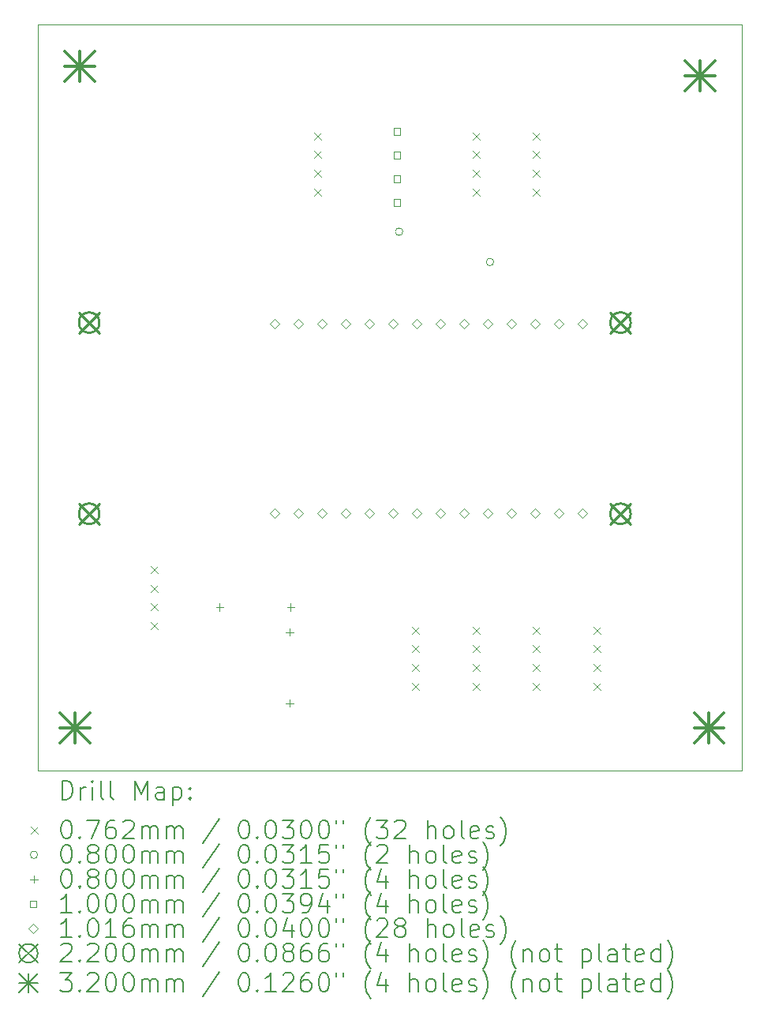
<source format=gbr>
%TF.GenerationSoftware,KiCad,Pcbnew,8.0.8*%
%TF.CreationDate,2025-03-10T14:07:13+01:00*%
%TF.ProjectId,b_nahl_v1,625f6e61-686c-45f7-9631-2e6b69636164,rev?*%
%TF.SameCoordinates,Original*%
%TF.FileFunction,Drillmap*%
%TF.FilePolarity,Positive*%
%FSLAX45Y45*%
G04 Gerber Fmt 4.5, Leading zero omitted, Abs format (unit mm)*
G04 Created by KiCad (PCBNEW 8.0.8) date 2025-03-10 14:07:13*
%MOMM*%
%LPD*%
G01*
G04 APERTURE LIST*
%ADD10C,0.050000*%
%ADD11C,0.200000*%
%ADD12C,0.100000*%
%ADD13C,0.101600*%
%ADD14C,0.220000*%
%ADD15C,0.320000*%
G04 APERTURE END LIST*
D10*
X9950000Y-4500000D02*
X17500000Y-4500000D01*
X17500000Y-12500000D01*
X9950000Y-12500000D01*
X9950000Y-4500000D01*
D11*
D12*
X11161900Y-10311900D02*
X11238100Y-10388100D01*
X11238100Y-10311900D02*
X11161900Y-10388100D01*
X11161900Y-10511900D02*
X11238100Y-10588100D01*
X11238100Y-10511900D02*
X11161900Y-10588100D01*
X11161900Y-10711900D02*
X11238100Y-10788100D01*
X11238100Y-10711900D02*
X11161900Y-10788100D01*
X11161900Y-10911900D02*
X11238100Y-10988100D01*
X11238100Y-10911900D02*
X11161900Y-10988100D01*
X12911900Y-5661900D02*
X12988100Y-5738100D01*
X12988100Y-5661900D02*
X12911900Y-5738100D01*
X12911900Y-5861900D02*
X12988100Y-5938100D01*
X12988100Y-5861900D02*
X12911900Y-5938100D01*
X12911900Y-6061900D02*
X12988100Y-6138100D01*
X12988100Y-6061900D02*
X12911900Y-6138100D01*
X12911900Y-6261900D02*
X12988100Y-6338100D01*
X12988100Y-6261900D02*
X12911900Y-6338100D01*
X13961900Y-10961900D02*
X14038100Y-11038100D01*
X14038100Y-10961900D02*
X13961900Y-11038100D01*
X13961900Y-11161900D02*
X14038100Y-11238100D01*
X14038100Y-11161900D02*
X13961900Y-11238100D01*
X13961900Y-11361900D02*
X14038100Y-11438100D01*
X14038100Y-11361900D02*
X13961900Y-11438100D01*
X13961900Y-11561900D02*
X14038100Y-11638100D01*
X14038100Y-11561900D02*
X13961900Y-11638100D01*
X14611900Y-5661900D02*
X14688100Y-5738100D01*
X14688100Y-5661900D02*
X14611900Y-5738100D01*
X14611900Y-5861900D02*
X14688100Y-5938100D01*
X14688100Y-5861900D02*
X14611900Y-5938100D01*
X14611900Y-6061900D02*
X14688100Y-6138100D01*
X14688100Y-6061900D02*
X14611900Y-6138100D01*
X14611900Y-6261900D02*
X14688100Y-6338100D01*
X14688100Y-6261900D02*
X14611900Y-6338100D01*
X14611900Y-10961900D02*
X14688100Y-11038100D01*
X14688100Y-10961900D02*
X14611900Y-11038100D01*
X14611900Y-11161900D02*
X14688100Y-11238100D01*
X14688100Y-11161900D02*
X14611900Y-11238100D01*
X14611900Y-11361900D02*
X14688100Y-11438100D01*
X14688100Y-11361900D02*
X14611900Y-11438100D01*
X14611900Y-11561900D02*
X14688100Y-11638100D01*
X14688100Y-11561900D02*
X14611900Y-11638100D01*
X15261900Y-5661900D02*
X15338100Y-5738100D01*
X15338100Y-5661900D02*
X15261900Y-5738100D01*
X15261900Y-5861900D02*
X15338100Y-5938100D01*
X15338100Y-5861900D02*
X15261900Y-5938100D01*
X15261900Y-6061900D02*
X15338100Y-6138100D01*
X15338100Y-6061900D02*
X15261900Y-6138100D01*
X15261900Y-6261900D02*
X15338100Y-6338100D01*
X15338100Y-6261900D02*
X15261900Y-6338100D01*
X15261900Y-10961900D02*
X15338100Y-11038100D01*
X15338100Y-10961900D02*
X15261900Y-11038100D01*
X15261900Y-11161900D02*
X15338100Y-11238100D01*
X15338100Y-11161900D02*
X15261900Y-11238100D01*
X15261900Y-11361900D02*
X15338100Y-11438100D01*
X15338100Y-11361900D02*
X15261900Y-11438100D01*
X15261900Y-11561900D02*
X15338100Y-11638100D01*
X15338100Y-11561900D02*
X15261900Y-11638100D01*
X15911900Y-10961900D02*
X15988100Y-11038100D01*
X15988100Y-10961900D02*
X15911900Y-11038100D01*
X15911900Y-11161900D02*
X15988100Y-11238100D01*
X15988100Y-11161900D02*
X15911900Y-11238100D01*
X15911900Y-11361900D02*
X15988100Y-11438100D01*
X15988100Y-11361900D02*
X15911900Y-11438100D01*
X15911900Y-11561900D02*
X15988100Y-11638100D01*
X15988100Y-11561900D02*
X15911900Y-11638100D01*
X13865000Y-6725000D02*
G75*
G02*
X13785000Y-6725000I-40000J0D01*
G01*
X13785000Y-6725000D02*
G75*
G02*
X13865000Y-6725000I40000J0D01*
G01*
X14840000Y-7050000D02*
G75*
G02*
X14760000Y-7050000I-40000J0D01*
G01*
X14760000Y-7050000D02*
G75*
G02*
X14840000Y-7050000I40000J0D01*
G01*
X11900000Y-10710000D02*
X11900000Y-10790000D01*
X11860000Y-10750000D02*
X11940000Y-10750000D01*
X12650000Y-10979000D02*
X12650000Y-11059000D01*
X12610000Y-11019000D02*
X12690000Y-11019000D01*
X12650000Y-11741000D02*
X12650000Y-11821000D01*
X12610000Y-11781000D02*
X12690000Y-11781000D01*
X12662000Y-10710000D02*
X12662000Y-10790000D01*
X12622000Y-10750000D02*
X12702000Y-10750000D01*
X13835356Y-5685356D02*
X13835356Y-5614644D01*
X13764644Y-5614644D01*
X13764644Y-5685356D01*
X13835356Y-5685356D01*
X13835356Y-5939356D02*
X13835356Y-5868644D01*
X13764644Y-5868644D01*
X13764644Y-5939356D01*
X13835356Y-5939356D01*
X13835356Y-6193356D02*
X13835356Y-6122644D01*
X13764644Y-6122644D01*
X13764644Y-6193356D01*
X13835356Y-6193356D01*
X13835356Y-6447356D02*
X13835356Y-6376644D01*
X13764644Y-6376644D01*
X13764644Y-6447356D01*
X13835356Y-6447356D01*
D13*
X12488480Y-7759800D02*
X12539280Y-7709000D01*
X12488480Y-7658200D01*
X12437680Y-7709000D01*
X12488480Y-7759800D01*
X12488480Y-9791800D02*
X12539280Y-9741000D01*
X12488480Y-9690200D01*
X12437680Y-9741000D01*
X12488480Y-9791800D01*
X12742480Y-7759800D02*
X12793280Y-7709000D01*
X12742480Y-7658200D01*
X12691680Y-7709000D01*
X12742480Y-7759800D01*
X12742480Y-9791800D02*
X12793280Y-9741000D01*
X12742480Y-9690200D01*
X12691680Y-9741000D01*
X12742480Y-9791800D01*
X12996480Y-7759800D02*
X13047280Y-7709000D01*
X12996480Y-7658200D01*
X12945680Y-7709000D01*
X12996480Y-7759800D01*
X12996480Y-9791800D02*
X13047280Y-9741000D01*
X12996480Y-9690200D01*
X12945680Y-9741000D01*
X12996480Y-9791800D01*
X13250480Y-7759800D02*
X13301280Y-7709000D01*
X13250480Y-7658200D01*
X13199680Y-7709000D01*
X13250480Y-7759800D01*
X13250480Y-9791800D02*
X13301280Y-9741000D01*
X13250480Y-9690200D01*
X13199680Y-9741000D01*
X13250480Y-9791800D01*
X13504480Y-7759800D02*
X13555280Y-7709000D01*
X13504480Y-7658200D01*
X13453680Y-7709000D01*
X13504480Y-7759800D01*
X13504480Y-9791800D02*
X13555280Y-9741000D01*
X13504480Y-9690200D01*
X13453680Y-9741000D01*
X13504480Y-9791800D01*
X13758480Y-7759800D02*
X13809280Y-7709000D01*
X13758480Y-7658200D01*
X13707680Y-7709000D01*
X13758480Y-7759800D01*
X13758480Y-9791800D02*
X13809280Y-9741000D01*
X13758480Y-9690200D01*
X13707680Y-9741000D01*
X13758480Y-9791800D01*
X14012480Y-7759800D02*
X14063280Y-7709000D01*
X14012480Y-7658200D01*
X13961680Y-7709000D01*
X14012480Y-7759800D01*
X14012480Y-9791800D02*
X14063280Y-9741000D01*
X14012480Y-9690200D01*
X13961680Y-9741000D01*
X14012480Y-9791800D01*
X14266480Y-7759800D02*
X14317280Y-7709000D01*
X14266480Y-7658200D01*
X14215680Y-7709000D01*
X14266480Y-7759800D01*
X14266480Y-9791800D02*
X14317280Y-9741000D01*
X14266480Y-9690200D01*
X14215680Y-9741000D01*
X14266480Y-9791800D01*
X14520480Y-7759800D02*
X14571280Y-7709000D01*
X14520480Y-7658200D01*
X14469680Y-7709000D01*
X14520480Y-7759800D01*
X14520480Y-9791800D02*
X14571280Y-9741000D01*
X14520480Y-9690200D01*
X14469680Y-9741000D01*
X14520480Y-9791800D01*
X14774480Y-7759800D02*
X14825280Y-7709000D01*
X14774480Y-7658200D01*
X14723680Y-7709000D01*
X14774480Y-7759800D01*
X14774480Y-9791800D02*
X14825280Y-9741000D01*
X14774480Y-9690200D01*
X14723680Y-9741000D01*
X14774480Y-9791800D01*
X15028480Y-7759800D02*
X15079280Y-7709000D01*
X15028480Y-7658200D01*
X14977680Y-7709000D01*
X15028480Y-7759800D01*
X15028480Y-9791800D02*
X15079280Y-9741000D01*
X15028480Y-9690200D01*
X14977680Y-9741000D01*
X15028480Y-9791800D01*
X15282480Y-7759800D02*
X15333280Y-7709000D01*
X15282480Y-7658200D01*
X15231680Y-7709000D01*
X15282480Y-7759800D01*
X15282480Y-9791800D02*
X15333280Y-9741000D01*
X15282480Y-9690200D01*
X15231680Y-9741000D01*
X15282480Y-9791800D01*
X15536480Y-7759800D02*
X15587280Y-7709000D01*
X15536480Y-7658200D01*
X15485680Y-7709000D01*
X15536480Y-7759800D01*
X15536480Y-9791800D02*
X15587280Y-9741000D01*
X15536480Y-9690200D01*
X15485680Y-9741000D01*
X15536480Y-9791800D01*
X15790480Y-7759800D02*
X15841280Y-7709000D01*
X15790480Y-7658200D01*
X15739680Y-7709000D01*
X15790480Y-7759800D01*
X15790480Y-9791800D02*
X15841280Y-9741000D01*
X15790480Y-9690200D01*
X15739680Y-9741000D01*
X15790480Y-9791800D01*
D14*
X10390000Y-7590000D02*
X10610000Y-7810000D01*
X10610000Y-7590000D02*
X10390000Y-7810000D01*
X10610000Y-7700000D02*
G75*
G02*
X10390000Y-7700000I-110000J0D01*
G01*
X10390000Y-7700000D02*
G75*
G02*
X10610000Y-7700000I110000J0D01*
G01*
X10390000Y-9640000D02*
X10610000Y-9860000D01*
X10610000Y-9640000D02*
X10390000Y-9860000D01*
X10610000Y-9750000D02*
G75*
G02*
X10390000Y-9750000I-110000J0D01*
G01*
X10390000Y-9750000D02*
G75*
G02*
X10610000Y-9750000I110000J0D01*
G01*
X16090000Y-7590000D02*
X16310000Y-7810000D01*
X16310000Y-7590000D02*
X16090000Y-7810000D01*
X16310000Y-7700000D02*
G75*
G02*
X16090000Y-7700000I-110000J0D01*
G01*
X16090000Y-7700000D02*
G75*
G02*
X16310000Y-7700000I110000J0D01*
G01*
X16090000Y-9640000D02*
X16310000Y-9860000D01*
X16310000Y-9640000D02*
X16090000Y-9860000D01*
X16310000Y-9750000D02*
G75*
G02*
X16090000Y-9750000I-110000J0D01*
G01*
X16090000Y-9750000D02*
G75*
G02*
X16310000Y-9750000I110000J0D01*
G01*
D15*
X10190000Y-11890000D02*
X10510000Y-12210000D01*
X10510000Y-11890000D02*
X10190000Y-12210000D01*
X10350000Y-11890000D02*
X10350000Y-12210000D01*
X10190000Y-12050000D02*
X10510000Y-12050000D01*
X10240000Y-4790000D02*
X10560000Y-5110000D01*
X10560000Y-4790000D02*
X10240000Y-5110000D01*
X10400000Y-4790000D02*
X10400000Y-5110000D01*
X10240000Y-4950000D02*
X10560000Y-4950000D01*
X16890000Y-4890000D02*
X17210000Y-5210000D01*
X17210000Y-4890000D02*
X16890000Y-5210000D01*
X17050000Y-4890000D02*
X17050000Y-5210000D01*
X16890000Y-5050000D02*
X17210000Y-5050000D01*
X16990000Y-11890000D02*
X17310000Y-12210000D01*
X17310000Y-11890000D02*
X16990000Y-12210000D01*
X17150000Y-11890000D02*
X17150000Y-12210000D01*
X16990000Y-12050000D02*
X17310000Y-12050000D01*
D11*
X10208277Y-12813984D02*
X10208277Y-12613984D01*
X10208277Y-12613984D02*
X10255896Y-12613984D01*
X10255896Y-12613984D02*
X10284467Y-12623508D01*
X10284467Y-12623508D02*
X10303515Y-12642555D01*
X10303515Y-12642555D02*
X10313039Y-12661603D01*
X10313039Y-12661603D02*
X10322563Y-12699698D01*
X10322563Y-12699698D02*
X10322563Y-12728269D01*
X10322563Y-12728269D02*
X10313039Y-12766365D01*
X10313039Y-12766365D02*
X10303515Y-12785412D01*
X10303515Y-12785412D02*
X10284467Y-12804460D01*
X10284467Y-12804460D02*
X10255896Y-12813984D01*
X10255896Y-12813984D02*
X10208277Y-12813984D01*
X10408277Y-12813984D02*
X10408277Y-12680650D01*
X10408277Y-12718746D02*
X10417801Y-12699698D01*
X10417801Y-12699698D02*
X10427324Y-12690174D01*
X10427324Y-12690174D02*
X10446372Y-12680650D01*
X10446372Y-12680650D02*
X10465420Y-12680650D01*
X10532086Y-12813984D02*
X10532086Y-12680650D01*
X10532086Y-12613984D02*
X10522563Y-12623508D01*
X10522563Y-12623508D02*
X10532086Y-12633031D01*
X10532086Y-12633031D02*
X10541610Y-12623508D01*
X10541610Y-12623508D02*
X10532086Y-12613984D01*
X10532086Y-12613984D02*
X10532086Y-12633031D01*
X10655896Y-12813984D02*
X10636848Y-12804460D01*
X10636848Y-12804460D02*
X10627324Y-12785412D01*
X10627324Y-12785412D02*
X10627324Y-12613984D01*
X10760658Y-12813984D02*
X10741610Y-12804460D01*
X10741610Y-12804460D02*
X10732086Y-12785412D01*
X10732086Y-12785412D02*
X10732086Y-12613984D01*
X10989229Y-12813984D02*
X10989229Y-12613984D01*
X10989229Y-12613984D02*
X11055896Y-12756841D01*
X11055896Y-12756841D02*
X11122563Y-12613984D01*
X11122563Y-12613984D02*
X11122563Y-12813984D01*
X11303515Y-12813984D02*
X11303515Y-12709222D01*
X11303515Y-12709222D02*
X11293991Y-12690174D01*
X11293991Y-12690174D02*
X11274943Y-12680650D01*
X11274943Y-12680650D02*
X11236848Y-12680650D01*
X11236848Y-12680650D02*
X11217801Y-12690174D01*
X11303515Y-12804460D02*
X11284467Y-12813984D01*
X11284467Y-12813984D02*
X11236848Y-12813984D01*
X11236848Y-12813984D02*
X11217801Y-12804460D01*
X11217801Y-12804460D02*
X11208277Y-12785412D01*
X11208277Y-12785412D02*
X11208277Y-12766365D01*
X11208277Y-12766365D02*
X11217801Y-12747317D01*
X11217801Y-12747317D02*
X11236848Y-12737793D01*
X11236848Y-12737793D02*
X11284467Y-12737793D01*
X11284467Y-12737793D02*
X11303515Y-12728269D01*
X11398753Y-12680650D02*
X11398753Y-12880650D01*
X11398753Y-12690174D02*
X11417801Y-12680650D01*
X11417801Y-12680650D02*
X11455896Y-12680650D01*
X11455896Y-12680650D02*
X11474943Y-12690174D01*
X11474943Y-12690174D02*
X11484467Y-12699698D01*
X11484467Y-12699698D02*
X11493991Y-12718746D01*
X11493991Y-12718746D02*
X11493991Y-12775888D01*
X11493991Y-12775888D02*
X11484467Y-12794936D01*
X11484467Y-12794936D02*
X11474943Y-12804460D01*
X11474943Y-12804460D02*
X11455896Y-12813984D01*
X11455896Y-12813984D02*
X11417801Y-12813984D01*
X11417801Y-12813984D02*
X11398753Y-12804460D01*
X11579705Y-12794936D02*
X11589229Y-12804460D01*
X11589229Y-12804460D02*
X11579705Y-12813984D01*
X11579705Y-12813984D02*
X11570182Y-12804460D01*
X11570182Y-12804460D02*
X11579705Y-12794936D01*
X11579705Y-12794936D02*
X11579705Y-12813984D01*
X11579705Y-12690174D02*
X11589229Y-12699698D01*
X11589229Y-12699698D02*
X11579705Y-12709222D01*
X11579705Y-12709222D02*
X11570182Y-12699698D01*
X11570182Y-12699698D02*
X11579705Y-12690174D01*
X11579705Y-12690174D02*
X11579705Y-12709222D01*
D12*
X9871300Y-13104400D02*
X9947500Y-13180600D01*
X9947500Y-13104400D02*
X9871300Y-13180600D01*
D11*
X10246372Y-13033984D02*
X10265420Y-13033984D01*
X10265420Y-13033984D02*
X10284467Y-13043508D01*
X10284467Y-13043508D02*
X10293991Y-13053031D01*
X10293991Y-13053031D02*
X10303515Y-13072079D01*
X10303515Y-13072079D02*
X10313039Y-13110174D01*
X10313039Y-13110174D02*
X10313039Y-13157793D01*
X10313039Y-13157793D02*
X10303515Y-13195888D01*
X10303515Y-13195888D02*
X10293991Y-13214936D01*
X10293991Y-13214936D02*
X10284467Y-13224460D01*
X10284467Y-13224460D02*
X10265420Y-13233984D01*
X10265420Y-13233984D02*
X10246372Y-13233984D01*
X10246372Y-13233984D02*
X10227324Y-13224460D01*
X10227324Y-13224460D02*
X10217801Y-13214936D01*
X10217801Y-13214936D02*
X10208277Y-13195888D01*
X10208277Y-13195888D02*
X10198753Y-13157793D01*
X10198753Y-13157793D02*
X10198753Y-13110174D01*
X10198753Y-13110174D02*
X10208277Y-13072079D01*
X10208277Y-13072079D02*
X10217801Y-13053031D01*
X10217801Y-13053031D02*
X10227324Y-13043508D01*
X10227324Y-13043508D02*
X10246372Y-13033984D01*
X10398753Y-13214936D02*
X10408277Y-13224460D01*
X10408277Y-13224460D02*
X10398753Y-13233984D01*
X10398753Y-13233984D02*
X10389229Y-13224460D01*
X10389229Y-13224460D02*
X10398753Y-13214936D01*
X10398753Y-13214936D02*
X10398753Y-13233984D01*
X10474944Y-13033984D02*
X10608277Y-13033984D01*
X10608277Y-13033984D02*
X10522563Y-13233984D01*
X10770182Y-13033984D02*
X10732086Y-13033984D01*
X10732086Y-13033984D02*
X10713039Y-13043508D01*
X10713039Y-13043508D02*
X10703515Y-13053031D01*
X10703515Y-13053031D02*
X10684467Y-13081603D01*
X10684467Y-13081603D02*
X10674944Y-13119698D01*
X10674944Y-13119698D02*
X10674944Y-13195888D01*
X10674944Y-13195888D02*
X10684467Y-13214936D01*
X10684467Y-13214936D02*
X10693991Y-13224460D01*
X10693991Y-13224460D02*
X10713039Y-13233984D01*
X10713039Y-13233984D02*
X10751134Y-13233984D01*
X10751134Y-13233984D02*
X10770182Y-13224460D01*
X10770182Y-13224460D02*
X10779705Y-13214936D01*
X10779705Y-13214936D02*
X10789229Y-13195888D01*
X10789229Y-13195888D02*
X10789229Y-13148269D01*
X10789229Y-13148269D02*
X10779705Y-13129222D01*
X10779705Y-13129222D02*
X10770182Y-13119698D01*
X10770182Y-13119698D02*
X10751134Y-13110174D01*
X10751134Y-13110174D02*
X10713039Y-13110174D01*
X10713039Y-13110174D02*
X10693991Y-13119698D01*
X10693991Y-13119698D02*
X10684467Y-13129222D01*
X10684467Y-13129222D02*
X10674944Y-13148269D01*
X10865420Y-13053031D02*
X10874944Y-13043508D01*
X10874944Y-13043508D02*
X10893991Y-13033984D01*
X10893991Y-13033984D02*
X10941610Y-13033984D01*
X10941610Y-13033984D02*
X10960658Y-13043508D01*
X10960658Y-13043508D02*
X10970182Y-13053031D01*
X10970182Y-13053031D02*
X10979705Y-13072079D01*
X10979705Y-13072079D02*
X10979705Y-13091127D01*
X10979705Y-13091127D02*
X10970182Y-13119698D01*
X10970182Y-13119698D02*
X10855896Y-13233984D01*
X10855896Y-13233984D02*
X10979705Y-13233984D01*
X11065420Y-13233984D02*
X11065420Y-13100650D01*
X11065420Y-13119698D02*
X11074944Y-13110174D01*
X11074944Y-13110174D02*
X11093991Y-13100650D01*
X11093991Y-13100650D02*
X11122563Y-13100650D01*
X11122563Y-13100650D02*
X11141610Y-13110174D01*
X11141610Y-13110174D02*
X11151134Y-13129222D01*
X11151134Y-13129222D02*
X11151134Y-13233984D01*
X11151134Y-13129222D02*
X11160658Y-13110174D01*
X11160658Y-13110174D02*
X11179705Y-13100650D01*
X11179705Y-13100650D02*
X11208277Y-13100650D01*
X11208277Y-13100650D02*
X11227324Y-13110174D01*
X11227324Y-13110174D02*
X11236848Y-13129222D01*
X11236848Y-13129222D02*
X11236848Y-13233984D01*
X11332086Y-13233984D02*
X11332086Y-13100650D01*
X11332086Y-13119698D02*
X11341610Y-13110174D01*
X11341610Y-13110174D02*
X11360658Y-13100650D01*
X11360658Y-13100650D02*
X11389229Y-13100650D01*
X11389229Y-13100650D02*
X11408277Y-13110174D01*
X11408277Y-13110174D02*
X11417801Y-13129222D01*
X11417801Y-13129222D02*
X11417801Y-13233984D01*
X11417801Y-13129222D02*
X11427324Y-13110174D01*
X11427324Y-13110174D02*
X11446372Y-13100650D01*
X11446372Y-13100650D02*
X11474943Y-13100650D01*
X11474943Y-13100650D02*
X11493991Y-13110174D01*
X11493991Y-13110174D02*
X11503515Y-13129222D01*
X11503515Y-13129222D02*
X11503515Y-13233984D01*
X11893991Y-13024460D02*
X11722563Y-13281603D01*
X12151134Y-13033984D02*
X12170182Y-13033984D01*
X12170182Y-13033984D02*
X12189229Y-13043508D01*
X12189229Y-13043508D02*
X12198753Y-13053031D01*
X12198753Y-13053031D02*
X12208277Y-13072079D01*
X12208277Y-13072079D02*
X12217801Y-13110174D01*
X12217801Y-13110174D02*
X12217801Y-13157793D01*
X12217801Y-13157793D02*
X12208277Y-13195888D01*
X12208277Y-13195888D02*
X12198753Y-13214936D01*
X12198753Y-13214936D02*
X12189229Y-13224460D01*
X12189229Y-13224460D02*
X12170182Y-13233984D01*
X12170182Y-13233984D02*
X12151134Y-13233984D01*
X12151134Y-13233984D02*
X12132086Y-13224460D01*
X12132086Y-13224460D02*
X12122563Y-13214936D01*
X12122563Y-13214936D02*
X12113039Y-13195888D01*
X12113039Y-13195888D02*
X12103515Y-13157793D01*
X12103515Y-13157793D02*
X12103515Y-13110174D01*
X12103515Y-13110174D02*
X12113039Y-13072079D01*
X12113039Y-13072079D02*
X12122563Y-13053031D01*
X12122563Y-13053031D02*
X12132086Y-13043508D01*
X12132086Y-13043508D02*
X12151134Y-13033984D01*
X12303515Y-13214936D02*
X12313039Y-13224460D01*
X12313039Y-13224460D02*
X12303515Y-13233984D01*
X12303515Y-13233984D02*
X12293991Y-13224460D01*
X12293991Y-13224460D02*
X12303515Y-13214936D01*
X12303515Y-13214936D02*
X12303515Y-13233984D01*
X12436848Y-13033984D02*
X12455896Y-13033984D01*
X12455896Y-13033984D02*
X12474944Y-13043508D01*
X12474944Y-13043508D02*
X12484467Y-13053031D01*
X12484467Y-13053031D02*
X12493991Y-13072079D01*
X12493991Y-13072079D02*
X12503515Y-13110174D01*
X12503515Y-13110174D02*
X12503515Y-13157793D01*
X12503515Y-13157793D02*
X12493991Y-13195888D01*
X12493991Y-13195888D02*
X12484467Y-13214936D01*
X12484467Y-13214936D02*
X12474944Y-13224460D01*
X12474944Y-13224460D02*
X12455896Y-13233984D01*
X12455896Y-13233984D02*
X12436848Y-13233984D01*
X12436848Y-13233984D02*
X12417801Y-13224460D01*
X12417801Y-13224460D02*
X12408277Y-13214936D01*
X12408277Y-13214936D02*
X12398753Y-13195888D01*
X12398753Y-13195888D02*
X12389229Y-13157793D01*
X12389229Y-13157793D02*
X12389229Y-13110174D01*
X12389229Y-13110174D02*
X12398753Y-13072079D01*
X12398753Y-13072079D02*
X12408277Y-13053031D01*
X12408277Y-13053031D02*
X12417801Y-13043508D01*
X12417801Y-13043508D02*
X12436848Y-13033984D01*
X12570182Y-13033984D02*
X12693991Y-13033984D01*
X12693991Y-13033984D02*
X12627325Y-13110174D01*
X12627325Y-13110174D02*
X12655896Y-13110174D01*
X12655896Y-13110174D02*
X12674944Y-13119698D01*
X12674944Y-13119698D02*
X12684467Y-13129222D01*
X12684467Y-13129222D02*
X12693991Y-13148269D01*
X12693991Y-13148269D02*
X12693991Y-13195888D01*
X12693991Y-13195888D02*
X12684467Y-13214936D01*
X12684467Y-13214936D02*
X12674944Y-13224460D01*
X12674944Y-13224460D02*
X12655896Y-13233984D01*
X12655896Y-13233984D02*
X12598753Y-13233984D01*
X12598753Y-13233984D02*
X12579706Y-13224460D01*
X12579706Y-13224460D02*
X12570182Y-13214936D01*
X12817801Y-13033984D02*
X12836848Y-13033984D01*
X12836848Y-13033984D02*
X12855896Y-13043508D01*
X12855896Y-13043508D02*
X12865420Y-13053031D01*
X12865420Y-13053031D02*
X12874944Y-13072079D01*
X12874944Y-13072079D02*
X12884467Y-13110174D01*
X12884467Y-13110174D02*
X12884467Y-13157793D01*
X12884467Y-13157793D02*
X12874944Y-13195888D01*
X12874944Y-13195888D02*
X12865420Y-13214936D01*
X12865420Y-13214936D02*
X12855896Y-13224460D01*
X12855896Y-13224460D02*
X12836848Y-13233984D01*
X12836848Y-13233984D02*
X12817801Y-13233984D01*
X12817801Y-13233984D02*
X12798753Y-13224460D01*
X12798753Y-13224460D02*
X12789229Y-13214936D01*
X12789229Y-13214936D02*
X12779706Y-13195888D01*
X12779706Y-13195888D02*
X12770182Y-13157793D01*
X12770182Y-13157793D02*
X12770182Y-13110174D01*
X12770182Y-13110174D02*
X12779706Y-13072079D01*
X12779706Y-13072079D02*
X12789229Y-13053031D01*
X12789229Y-13053031D02*
X12798753Y-13043508D01*
X12798753Y-13043508D02*
X12817801Y-13033984D01*
X13008277Y-13033984D02*
X13027325Y-13033984D01*
X13027325Y-13033984D02*
X13046372Y-13043508D01*
X13046372Y-13043508D02*
X13055896Y-13053031D01*
X13055896Y-13053031D02*
X13065420Y-13072079D01*
X13065420Y-13072079D02*
X13074944Y-13110174D01*
X13074944Y-13110174D02*
X13074944Y-13157793D01*
X13074944Y-13157793D02*
X13065420Y-13195888D01*
X13065420Y-13195888D02*
X13055896Y-13214936D01*
X13055896Y-13214936D02*
X13046372Y-13224460D01*
X13046372Y-13224460D02*
X13027325Y-13233984D01*
X13027325Y-13233984D02*
X13008277Y-13233984D01*
X13008277Y-13233984D02*
X12989229Y-13224460D01*
X12989229Y-13224460D02*
X12979706Y-13214936D01*
X12979706Y-13214936D02*
X12970182Y-13195888D01*
X12970182Y-13195888D02*
X12960658Y-13157793D01*
X12960658Y-13157793D02*
X12960658Y-13110174D01*
X12960658Y-13110174D02*
X12970182Y-13072079D01*
X12970182Y-13072079D02*
X12979706Y-13053031D01*
X12979706Y-13053031D02*
X12989229Y-13043508D01*
X12989229Y-13043508D02*
X13008277Y-13033984D01*
X13151134Y-13033984D02*
X13151134Y-13072079D01*
X13227325Y-13033984D02*
X13227325Y-13072079D01*
X13522563Y-13310174D02*
X13513039Y-13300650D01*
X13513039Y-13300650D02*
X13493991Y-13272079D01*
X13493991Y-13272079D02*
X13484468Y-13253031D01*
X13484468Y-13253031D02*
X13474944Y-13224460D01*
X13474944Y-13224460D02*
X13465420Y-13176841D01*
X13465420Y-13176841D02*
X13465420Y-13138746D01*
X13465420Y-13138746D02*
X13474944Y-13091127D01*
X13474944Y-13091127D02*
X13484468Y-13062555D01*
X13484468Y-13062555D02*
X13493991Y-13043508D01*
X13493991Y-13043508D02*
X13513039Y-13014936D01*
X13513039Y-13014936D02*
X13522563Y-13005412D01*
X13579706Y-13033984D02*
X13703515Y-13033984D01*
X13703515Y-13033984D02*
X13636848Y-13110174D01*
X13636848Y-13110174D02*
X13665420Y-13110174D01*
X13665420Y-13110174D02*
X13684468Y-13119698D01*
X13684468Y-13119698D02*
X13693991Y-13129222D01*
X13693991Y-13129222D02*
X13703515Y-13148269D01*
X13703515Y-13148269D02*
X13703515Y-13195888D01*
X13703515Y-13195888D02*
X13693991Y-13214936D01*
X13693991Y-13214936D02*
X13684468Y-13224460D01*
X13684468Y-13224460D02*
X13665420Y-13233984D01*
X13665420Y-13233984D02*
X13608277Y-13233984D01*
X13608277Y-13233984D02*
X13589229Y-13224460D01*
X13589229Y-13224460D02*
X13579706Y-13214936D01*
X13779706Y-13053031D02*
X13789229Y-13043508D01*
X13789229Y-13043508D02*
X13808277Y-13033984D01*
X13808277Y-13033984D02*
X13855896Y-13033984D01*
X13855896Y-13033984D02*
X13874944Y-13043508D01*
X13874944Y-13043508D02*
X13884468Y-13053031D01*
X13884468Y-13053031D02*
X13893991Y-13072079D01*
X13893991Y-13072079D02*
X13893991Y-13091127D01*
X13893991Y-13091127D02*
X13884468Y-13119698D01*
X13884468Y-13119698D02*
X13770182Y-13233984D01*
X13770182Y-13233984D02*
X13893991Y-13233984D01*
X14132087Y-13233984D02*
X14132087Y-13033984D01*
X14217801Y-13233984D02*
X14217801Y-13129222D01*
X14217801Y-13129222D02*
X14208277Y-13110174D01*
X14208277Y-13110174D02*
X14189230Y-13100650D01*
X14189230Y-13100650D02*
X14160658Y-13100650D01*
X14160658Y-13100650D02*
X14141610Y-13110174D01*
X14141610Y-13110174D02*
X14132087Y-13119698D01*
X14341610Y-13233984D02*
X14322563Y-13224460D01*
X14322563Y-13224460D02*
X14313039Y-13214936D01*
X14313039Y-13214936D02*
X14303515Y-13195888D01*
X14303515Y-13195888D02*
X14303515Y-13138746D01*
X14303515Y-13138746D02*
X14313039Y-13119698D01*
X14313039Y-13119698D02*
X14322563Y-13110174D01*
X14322563Y-13110174D02*
X14341610Y-13100650D01*
X14341610Y-13100650D02*
X14370182Y-13100650D01*
X14370182Y-13100650D02*
X14389230Y-13110174D01*
X14389230Y-13110174D02*
X14398753Y-13119698D01*
X14398753Y-13119698D02*
X14408277Y-13138746D01*
X14408277Y-13138746D02*
X14408277Y-13195888D01*
X14408277Y-13195888D02*
X14398753Y-13214936D01*
X14398753Y-13214936D02*
X14389230Y-13224460D01*
X14389230Y-13224460D02*
X14370182Y-13233984D01*
X14370182Y-13233984D02*
X14341610Y-13233984D01*
X14522563Y-13233984D02*
X14503515Y-13224460D01*
X14503515Y-13224460D02*
X14493991Y-13205412D01*
X14493991Y-13205412D02*
X14493991Y-13033984D01*
X14674944Y-13224460D02*
X14655896Y-13233984D01*
X14655896Y-13233984D02*
X14617801Y-13233984D01*
X14617801Y-13233984D02*
X14598753Y-13224460D01*
X14598753Y-13224460D02*
X14589230Y-13205412D01*
X14589230Y-13205412D02*
X14589230Y-13129222D01*
X14589230Y-13129222D02*
X14598753Y-13110174D01*
X14598753Y-13110174D02*
X14617801Y-13100650D01*
X14617801Y-13100650D02*
X14655896Y-13100650D01*
X14655896Y-13100650D02*
X14674944Y-13110174D01*
X14674944Y-13110174D02*
X14684468Y-13129222D01*
X14684468Y-13129222D02*
X14684468Y-13148269D01*
X14684468Y-13148269D02*
X14589230Y-13167317D01*
X14760658Y-13224460D02*
X14779706Y-13233984D01*
X14779706Y-13233984D02*
X14817801Y-13233984D01*
X14817801Y-13233984D02*
X14836849Y-13224460D01*
X14836849Y-13224460D02*
X14846372Y-13205412D01*
X14846372Y-13205412D02*
X14846372Y-13195888D01*
X14846372Y-13195888D02*
X14836849Y-13176841D01*
X14836849Y-13176841D02*
X14817801Y-13167317D01*
X14817801Y-13167317D02*
X14789230Y-13167317D01*
X14789230Y-13167317D02*
X14770182Y-13157793D01*
X14770182Y-13157793D02*
X14760658Y-13138746D01*
X14760658Y-13138746D02*
X14760658Y-13129222D01*
X14760658Y-13129222D02*
X14770182Y-13110174D01*
X14770182Y-13110174D02*
X14789230Y-13100650D01*
X14789230Y-13100650D02*
X14817801Y-13100650D01*
X14817801Y-13100650D02*
X14836849Y-13110174D01*
X14913039Y-13310174D02*
X14922563Y-13300650D01*
X14922563Y-13300650D02*
X14941611Y-13272079D01*
X14941611Y-13272079D02*
X14951134Y-13253031D01*
X14951134Y-13253031D02*
X14960658Y-13224460D01*
X14960658Y-13224460D02*
X14970182Y-13176841D01*
X14970182Y-13176841D02*
X14970182Y-13138746D01*
X14970182Y-13138746D02*
X14960658Y-13091127D01*
X14960658Y-13091127D02*
X14951134Y-13062555D01*
X14951134Y-13062555D02*
X14941611Y-13043508D01*
X14941611Y-13043508D02*
X14922563Y-13014936D01*
X14922563Y-13014936D02*
X14913039Y-13005412D01*
D12*
X9947500Y-13406500D02*
G75*
G02*
X9867500Y-13406500I-40000J0D01*
G01*
X9867500Y-13406500D02*
G75*
G02*
X9947500Y-13406500I40000J0D01*
G01*
D11*
X10246372Y-13297984D02*
X10265420Y-13297984D01*
X10265420Y-13297984D02*
X10284467Y-13307508D01*
X10284467Y-13307508D02*
X10293991Y-13317031D01*
X10293991Y-13317031D02*
X10303515Y-13336079D01*
X10303515Y-13336079D02*
X10313039Y-13374174D01*
X10313039Y-13374174D02*
X10313039Y-13421793D01*
X10313039Y-13421793D02*
X10303515Y-13459888D01*
X10303515Y-13459888D02*
X10293991Y-13478936D01*
X10293991Y-13478936D02*
X10284467Y-13488460D01*
X10284467Y-13488460D02*
X10265420Y-13497984D01*
X10265420Y-13497984D02*
X10246372Y-13497984D01*
X10246372Y-13497984D02*
X10227324Y-13488460D01*
X10227324Y-13488460D02*
X10217801Y-13478936D01*
X10217801Y-13478936D02*
X10208277Y-13459888D01*
X10208277Y-13459888D02*
X10198753Y-13421793D01*
X10198753Y-13421793D02*
X10198753Y-13374174D01*
X10198753Y-13374174D02*
X10208277Y-13336079D01*
X10208277Y-13336079D02*
X10217801Y-13317031D01*
X10217801Y-13317031D02*
X10227324Y-13307508D01*
X10227324Y-13307508D02*
X10246372Y-13297984D01*
X10398753Y-13478936D02*
X10408277Y-13488460D01*
X10408277Y-13488460D02*
X10398753Y-13497984D01*
X10398753Y-13497984D02*
X10389229Y-13488460D01*
X10389229Y-13488460D02*
X10398753Y-13478936D01*
X10398753Y-13478936D02*
X10398753Y-13497984D01*
X10522563Y-13383698D02*
X10503515Y-13374174D01*
X10503515Y-13374174D02*
X10493991Y-13364650D01*
X10493991Y-13364650D02*
X10484467Y-13345603D01*
X10484467Y-13345603D02*
X10484467Y-13336079D01*
X10484467Y-13336079D02*
X10493991Y-13317031D01*
X10493991Y-13317031D02*
X10503515Y-13307508D01*
X10503515Y-13307508D02*
X10522563Y-13297984D01*
X10522563Y-13297984D02*
X10560658Y-13297984D01*
X10560658Y-13297984D02*
X10579705Y-13307508D01*
X10579705Y-13307508D02*
X10589229Y-13317031D01*
X10589229Y-13317031D02*
X10598753Y-13336079D01*
X10598753Y-13336079D02*
X10598753Y-13345603D01*
X10598753Y-13345603D02*
X10589229Y-13364650D01*
X10589229Y-13364650D02*
X10579705Y-13374174D01*
X10579705Y-13374174D02*
X10560658Y-13383698D01*
X10560658Y-13383698D02*
X10522563Y-13383698D01*
X10522563Y-13383698D02*
X10503515Y-13393222D01*
X10503515Y-13393222D02*
X10493991Y-13402746D01*
X10493991Y-13402746D02*
X10484467Y-13421793D01*
X10484467Y-13421793D02*
X10484467Y-13459888D01*
X10484467Y-13459888D02*
X10493991Y-13478936D01*
X10493991Y-13478936D02*
X10503515Y-13488460D01*
X10503515Y-13488460D02*
X10522563Y-13497984D01*
X10522563Y-13497984D02*
X10560658Y-13497984D01*
X10560658Y-13497984D02*
X10579705Y-13488460D01*
X10579705Y-13488460D02*
X10589229Y-13478936D01*
X10589229Y-13478936D02*
X10598753Y-13459888D01*
X10598753Y-13459888D02*
X10598753Y-13421793D01*
X10598753Y-13421793D02*
X10589229Y-13402746D01*
X10589229Y-13402746D02*
X10579705Y-13393222D01*
X10579705Y-13393222D02*
X10560658Y-13383698D01*
X10722563Y-13297984D02*
X10741610Y-13297984D01*
X10741610Y-13297984D02*
X10760658Y-13307508D01*
X10760658Y-13307508D02*
X10770182Y-13317031D01*
X10770182Y-13317031D02*
X10779705Y-13336079D01*
X10779705Y-13336079D02*
X10789229Y-13374174D01*
X10789229Y-13374174D02*
X10789229Y-13421793D01*
X10789229Y-13421793D02*
X10779705Y-13459888D01*
X10779705Y-13459888D02*
X10770182Y-13478936D01*
X10770182Y-13478936D02*
X10760658Y-13488460D01*
X10760658Y-13488460D02*
X10741610Y-13497984D01*
X10741610Y-13497984D02*
X10722563Y-13497984D01*
X10722563Y-13497984D02*
X10703515Y-13488460D01*
X10703515Y-13488460D02*
X10693991Y-13478936D01*
X10693991Y-13478936D02*
X10684467Y-13459888D01*
X10684467Y-13459888D02*
X10674944Y-13421793D01*
X10674944Y-13421793D02*
X10674944Y-13374174D01*
X10674944Y-13374174D02*
X10684467Y-13336079D01*
X10684467Y-13336079D02*
X10693991Y-13317031D01*
X10693991Y-13317031D02*
X10703515Y-13307508D01*
X10703515Y-13307508D02*
X10722563Y-13297984D01*
X10913039Y-13297984D02*
X10932086Y-13297984D01*
X10932086Y-13297984D02*
X10951134Y-13307508D01*
X10951134Y-13307508D02*
X10960658Y-13317031D01*
X10960658Y-13317031D02*
X10970182Y-13336079D01*
X10970182Y-13336079D02*
X10979705Y-13374174D01*
X10979705Y-13374174D02*
X10979705Y-13421793D01*
X10979705Y-13421793D02*
X10970182Y-13459888D01*
X10970182Y-13459888D02*
X10960658Y-13478936D01*
X10960658Y-13478936D02*
X10951134Y-13488460D01*
X10951134Y-13488460D02*
X10932086Y-13497984D01*
X10932086Y-13497984D02*
X10913039Y-13497984D01*
X10913039Y-13497984D02*
X10893991Y-13488460D01*
X10893991Y-13488460D02*
X10884467Y-13478936D01*
X10884467Y-13478936D02*
X10874944Y-13459888D01*
X10874944Y-13459888D02*
X10865420Y-13421793D01*
X10865420Y-13421793D02*
X10865420Y-13374174D01*
X10865420Y-13374174D02*
X10874944Y-13336079D01*
X10874944Y-13336079D02*
X10884467Y-13317031D01*
X10884467Y-13317031D02*
X10893991Y-13307508D01*
X10893991Y-13307508D02*
X10913039Y-13297984D01*
X11065420Y-13497984D02*
X11065420Y-13364650D01*
X11065420Y-13383698D02*
X11074944Y-13374174D01*
X11074944Y-13374174D02*
X11093991Y-13364650D01*
X11093991Y-13364650D02*
X11122563Y-13364650D01*
X11122563Y-13364650D02*
X11141610Y-13374174D01*
X11141610Y-13374174D02*
X11151134Y-13393222D01*
X11151134Y-13393222D02*
X11151134Y-13497984D01*
X11151134Y-13393222D02*
X11160658Y-13374174D01*
X11160658Y-13374174D02*
X11179705Y-13364650D01*
X11179705Y-13364650D02*
X11208277Y-13364650D01*
X11208277Y-13364650D02*
X11227324Y-13374174D01*
X11227324Y-13374174D02*
X11236848Y-13393222D01*
X11236848Y-13393222D02*
X11236848Y-13497984D01*
X11332086Y-13497984D02*
X11332086Y-13364650D01*
X11332086Y-13383698D02*
X11341610Y-13374174D01*
X11341610Y-13374174D02*
X11360658Y-13364650D01*
X11360658Y-13364650D02*
X11389229Y-13364650D01*
X11389229Y-13364650D02*
X11408277Y-13374174D01*
X11408277Y-13374174D02*
X11417801Y-13393222D01*
X11417801Y-13393222D02*
X11417801Y-13497984D01*
X11417801Y-13393222D02*
X11427324Y-13374174D01*
X11427324Y-13374174D02*
X11446372Y-13364650D01*
X11446372Y-13364650D02*
X11474943Y-13364650D01*
X11474943Y-13364650D02*
X11493991Y-13374174D01*
X11493991Y-13374174D02*
X11503515Y-13393222D01*
X11503515Y-13393222D02*
X11503515Y-13497984D01*
X11893991Y-13288460D02*
X11722563Y-13545603D01*
X12151134Y-13297984D02*
X12170182Y-13297984D01*
X12170182Y-13297984D02*
X12189229Y-13307508D01*
X12189229Y-13307508D02*
X12198753Y-13317031D01*
X12198753Y-13317031D02*
X12208277Y-13336079D01*
X12208277Y-13336079D02*
X12217801Y-13374174D01*
X12217801Y-13374174D02*
X12217801Y-13421793D01*
X12217801Y-13421793D02*
X12208277Y-13459888D01*
X12208277Y-13459888D02*
X12198753Y-13478936D01*
X12198753Y-13478936D02*
X12189229Y-13488460D01*
X12189229Y-13488460D02*
X12170182Y-13497984D01*
X12170182Y-13497984D02*
X12151134Y-13497984D01*
X12151134Y-13497984D02*
X12132086Y-13488460D01*
X12132086Y-13488460D02*
X12122563Y-13478936D01*
X12122563Y-13478936D02*
X12113039Y-13459888D01*
X12113039Y-13459888D02*
X12103515Y-13421793D01*
X12103515Y-13421793D02*
X12103515Y-13374174D01*
X12103515Y-13374174D02*
X12113039Y-13336079D01*
X12113039Y-13336079D02*
X12122563Y-13317031D01*
X12122563Y-13317031D02*
X12132086Y-13307508D01*
X12132086Y-13307508D02*
X12151134Y-13297984D01*
X12303515Y-13478936D02*
X12313039Y-13488460D01*
X12313039Y-13488460D02*
X12303515Y-13497984D01*
X12303515Y-13497984D02*
X12293991Y-13488460D01*
X12293991Y-13488460D02*
X12303515Y-13478936D01*
X12303515Y-13478936D02*
X12303515Y-13497984D01*
X12436848Y-13297984D02*
X12455896Y-13297984D01*
X12455896Y-13297984D02*
X12474944Y-13307508D01*
X12474944Y-13307508D02*
X12484467Y-13317031D01*
X12484467Y-13317031D02*
X12493991Y-13336079D01*
X12493991Y-13336079D02*
X12503515Y-13374174D01*
X12503515Y-13374174D02*
X12503515Y-13421793D01*
X12503515Y-13421793D02*
X12493991Y-13459888D01*
X12493991Y-13459888D02*
X12484467Y-13478936D01*
X12484467Y-13478936D02*
X12474944Y-13488460D01*
X12474944Y-13488460D02*
X12455896Y-13497984D01*
X12455896Y-13497984D02*
X12436848Y-13497984D01*
X12436848Y-13497984D02*
X12417801Y-13488460D01*
X12417801Y-13488460D02*
X12408277Y-13478936D01*
X12408277Y-13478936D02*
X12398753Y-13459888D01*
X12398753Y-13459888D02*
X12389229Y-13421793D01*
X12389229Y-13421793D02*
X12389229Y-13374174D01*
X12389229Y-13374174D02*
X12398753Y-13336079D01*
X12398753Y-13336079D02*
X12408277Y-13317031D01*
X12408277Y-13317031D02*
X12417801Y-13307508D01*
X12417801Y-13307508D02*
X12436848Y-13297984D01*
X12570182Y-13297984D02*
X12693991Y-13297984D01*
X12693991Y-13297984D02*
X12627325Y-13374174D01*
X12627325Y-13374174D02*
X12655896Y-13374174D01*
X12655896Y-13374174D02*
X12674944Y-13383698D01*
X12674944Y-13383698D02*
X12684467Y-13393222D01*
X12684467Y-13393222D02*
X12693991Y-13412269D01*
X12693991Y-13412269D02*
X12693991Y-13459888D01*
X12693991Y-13459888D02*
X12684467Y-13478936D01*
X12684467Y-13478936D02*
X12674944Y-13488460D01*
X12674944Y-13488460D02*
X12655896Y-13497984D01*
X12655896Y-13497984D02*
X12598753Y-13497984D01*
X12598753Y-13497984D02*
X12579706Y-13488460D01*
X12579706Y-13488460D02*
X12570182Y-13478936D01*
X12884467Y-13497984D02*
X12770182Y-13497984D01*
X12827325Y-13497984D02*
X12827325Y-13297984D01*
X12827325Y-13297984D02*
X12808277Y-13326555D01*
X12808277Y-13326555D02*
X12789229Y-13345603D01*
X12789229Y-13345603D02*
X12770182Y-13355127D01*
X13065420Y-13297984D02*
X12970182Y-13297984D01*
X12970182Y-13297984D02*
X12960658Y-13393222D01*
X12960658Y-13393222D02*
X12970182Y-13383698D01*
X12970182Y-13383698D02*
X12989229Y-13374174D01*
X12989229Y-13374174D02*
X13036848Y-13374174D01*
X13036848Y-13374174D02*
X13055896Y-13383698D01*
X13055896Y-13383698D02*
X13065420Y-13393222D01*
X13065420Y-13393222D02*
X13074944Y-13412269D01*
X13074944Y-13412269D02*
X13074944Y-13459888D01*
X13074944Y-13459888D02*
X13065420Y-13478936D01*
X13065420Y-13478936D02*
X13055896Y-13488460D01*
X13055896Y-13488460D02*
X13036848Y-13497984D01*
X13036848Y-13497984D02*
X12989229Y-13497984D01*
X12989229Y-13497984D02*
X12970182Y-13488460D01*
X12970182Y-13488460D02*
X12960658Y-13478936D01*
X13151134Y-13297984D02*
X13151134Y-13336079D01*
X13227325Y-13297984D02*
X13227325Y-13336079D01*
X13522563Y-13574174D02*
X13513039Y-13564650D01*
X13513039Y-13564650D02*
X13493991Y-13536079D01*
X13493991Y-13536079D02*
X13484468Y-13517031D01*
X13484468Y-13517031D02*
X13474944Y-13488460D01*
X13474944Y-13488460D02*
X13465420Y-13440841D01*
X13465420Y-13440841D02*
X13465420Y-13402746D01*
X13465420Y-13402746D02*
X13474944Y-13355127D01*
X13474944Y-13355127D02*
X13484468Y-13326555D01*
X13484468Y-13326555D02*
X13493991Y-13307508D01*
X13493991Y-13307508D02*
X13513039Y-13278936D01*
X13513039Y-13278936D02*
X13522563Y-13269412D01*
X13589229Y-13317031D02*
X13598753Y-13307508D01*
X13598753Y-13307508D02*
X13617801Y-13297984D01*
X13617801Y-13297984D02*
X13665420Y-13297984D01*
X13665420Y-13297984D02*
X13684468Y-13307508D01*
X13684468Y-13307508D02*
X13693991Y-13317031D01*
X13693991Y-13317031D02*
X13703515Y-13336079D01*
X13703515Y-13336079D02*
X13703515Y-13355127D01*
X13703515Y-13355127D02*
X13693991Y-13383698D01*
X13693991Y-13383698D02*
X13579706Y-13497984D01*
X13579706Y-13497984D02*
X13703515Y-13497984D01*
X13941610Y-13497984D02*
X13941610Y-13297984D01*
X14027325Y-13497984D02*
X14027325Y-13393222D01*
X14027325Y-13393222D02*
X14017801Y-13374174D01*
X14017801Y-13374174D02*
X13998753Y-13364650D01*
X13998753Y-13364650D02*
X13970182Y-13364650D01*
X13970182Y-13364650D02*
X13951134Y-13374174D01*
X13951134Y-13374174D02*
X13941610Y-13383698D01*
X14151134Y-13497984D02*
X14132087Y-13488460D01*
X14132087Y-13488460D02*
X14122563Y-13478936D01*
X14122563Y-13478936D02*
X14113039Y-13459888D01*
X14113039Y-13459888D02*
X14113039Y-13402746D01*
X14113039Y-13402746D02*
X14122563Y-13383698D01*
X14122563Y-13383698D02*
X14132087Y-13374174D01*
X14132087Y-13374174D02*
X14151134Y-13364650D01*
X14151134Y-13364650D02*
X14179706Y-13364650D01*
X14179706Y-13364650D02*
X14198753Y-13374174D01*
X14198753Y-13374174D02*
X14208277Y-13383698D01*
X14208277Y-13383698D02*
X14217801Y-13402746D01*
X14217801Y-13402746D02*
X14217801Y-13459888D01*
X14217801Y-13459888D02*
X14208277Y-13478936D01*
X14208277Y-13478936D02*
X14198753Y-13488460D01*
X14198753Y-13488460D02*
X14179706Y-13497984D01*
X14179706Y-13497984D02*
X14151134Y-13497984D01*
X14332087Y-13497984D02*
X14313039Y-13488460D01*
X14313039Y-13488460D02*
X14303515Y-13469412D01*
X14303515Y-13469412D02*
X14303515Y-13297984D01*
X14484468Y-13488460D02*
X14465420Y-13497984D01*
X14465420Y-13497984D02*
X14427325Y-13497984D01*
X14427325Y-13497984D02*
X14408277Y-13488460D01*
X14408277Y-13488460D02*
X14398753Y-13469412D01*
X14398753Y-13469412D02*
X14398753Y-13393222D01*
X14398753Y-13393222D02*
X14408277Y-13374174D01*
X14408277Y-13374174D02*
X14427325Y-13364650D01*
X14427325Y-13364650D02*
X14465420Y-13364650D01*
X14465420Y-13364650D02*
X14484468Y-13374174D01*
X14484468Y-13374174D02*
X14493991Y-13393222D01*
X14493991Y-13393222D02*
X14493991Y-13412269D01*
X14493991Y-13412269D02*
X14398753Y-13431317D01*
X14570182Y-13488460D02*
X14589230Y-13497984D01*
X14589230Y-13497984D02*
X14627325Y-13497984D01*
X14627325Y-13497984D02*
X14646372Y-13488460D01*
X14646372Y-13488460D02*
X14655896Y-13469412D01*
X14655896Y-13469412D02*
X14655896Y-13459888D01*
X14655896Y-13459888D02*
X14646372Y-13440841D01*
X14646372Y-13440841D02*
X14627325Y-13431317D01*
X14627325Y-13431317D02*
X14598753Y-13431317D01*
X14598753Y-13431317D02*
X14579706Y-13421793D01*
X14579706Y-13421793D02*
X14570182Y-13402746D01*
X14570182Y-13402746D02*
X14570182Y-13393222D01*
X14570182Y-13393222D02*
X14579706Y-13374174D01*
X14579706Y-13374174D02*
X14598753Y-13364650D01*
X14598753Y-13364650D02*
X14627325Y-13364650D01*
X14627325Y-13364650D02*
X14646372Y-13374174D01*
X14722563Y-13574174D02*
X14732087Y-13564650D01*
X14732087Y-13564650D02*
X14751134Y-13536079D01*
X14751134Y-13536079D02*
X14760658Y-13517031D01*
X14760658Y-13517031D02*
X14770182Y-13488460D01*
X14770182Y-13488460D02*
X14779706Y-13440841D01*
X14779706Y-13440841D02*
X14779706Y-13402746D01*
X14779706Y-13402746D02*
X14770182Y-13355127D01*
X14770182Y-13355127D02*
X14760658Y-13326555D01*
X14760658Y-13326555D02*
X14751134Y-13307508D01*
X14751134Y-13307508D02*
X14732087Y-13278936D01*
X14732087Y-13278936D02*
X14722563Y-13269412D01*
D12*
X9907500Y-13630500D02*
X9907500Y-13710500D01*
X9867500Y-13670500D02*
X9947500Y-13670500D01*
D11*
X10246372Y-13561984D02*
X10265420Y-13561984D01*
X10265420Y-13561984D02*
X10284467Y-13571508D01*
X10284467Y-13571508D02*
X10293991Y-13581031D01*
X10293991Y-13581031D02*
X10303515Y-13600079D01*
X10303515Y-13600079D02*
X10313039Y-13638174D01*
X10313039Y-13638174D02*
X10313039Y-13685793D01*
X10313039Y-13685793D02*
X10303515Y-13723888D01*
X10303515Y-13723888D02*
X10293991Y-13742936D01*
X10293991Y-13742936D02*
X10284467Y-13752460D01*
X10284467Y-13752460D02*
X10265420Y-13761984D01*
X10265420Y-13761984D02*
X10246372Y-13761984D01*
X10246372Y-13761984D02*
X10227324Y-13752460D01*
X10227324Y-13752460D02*
X10217801Y-13742936D01*
X10217801Y-13742936D02*
X10208277Y-13723888D01*
X10208277Y-13723888D02*
X10198753Y-13685793D01*
X10198753Y-13685793D02*
X10198753Y-13638174D01*
X10198753Y-13638174D02*
X10208277Y-13600079D01*
X10208277Y-13600079D02*
X10217801Y-13581031D01*
X10217801Y-13581031D02*
X10227324Y-13571508D01*
X10227324Y-13571508D02*
X10246372Y-13561984D01*
X10398753Y-13742936D02*
X10408277Y-13752460D01*
X10408277Y-13752460D02*
X10398753Y-13761984D01*
X10398753Y-13761984D02*
X10389229Y-13752460D01*
X10389229Y-13752460D02*
X10398753Y-13742936D01*
X10398753Y-13742936D02*
X10398753Y-13761984D01*
X10522563Y-13647698D02*
X10503515Y-13638174D01*
X10503515Y-13638174D02*
X10493991Y-13628650D01*
X10493991Y-13628650D02*
X10484467Y-13609603D01*
X10484467Y-13609603D02*
X10484467Y-13600079D01*
X10484467Y-13600079D02*
X10493991Y-13581031D01*
X10493991Y-13581031D02*
X10503515Y-13571508D01*
X10503515Y-13571508D02*
X10522563Y-13561984D01*
X10522563Y-13561984D02*
X10560658Y-13561984D01*
X10560658Y-13561984D02*
X10579705Y-13571508D01*
X10579705Y-13571508D02*
X10589229Y-13581031D01*
X10589229Y-13581031D02*
X10598753Y-13600079D01*
X10598753Y-13600079D02*
X10598753Y-13609603D01*
X10598753Y-13609603D02*
X10589229Y-13628650D01*
X10589229Y-13628650D02*
X10579705Y-13638174D01*
X10579705Y-13638174D02*
X10560658Y-13647698D01*
X10560658Y-13647698D02*
X10522563Y-13647698D01*
X10522563Y-13647698D02*
X10503515Y-13657222D01*
X10503515Y-13657222D02*
X10493991Y-13666746D01*
X10493991Y-13666746D02*
X10484467Y-13685793D01*
X10484467Y-13685793D02*
X10484467Y-13723888D01*
X10484467Y-13723888D02*
X10493991Y-13742936D01*
X10493991Y-13742936D02*
X10503515Y-13752460D01*
X10503515Y-13752460D02*
X10522563Y-13761984D01*
X10522563Y-13761984D02*
X10560658Y-13761984D01*
X10560658Y-13761984D02*
X10579705Y-13752460D01*
X10579705Y-13752460D02*
X10589229Y-13742936D01*
X10589229Y-13742936D02*
X10598753Y-13723888D01*
X10598753Y-13723888D02*
X10598753Y-13685793D01*
X10598753Y-13685793D02*
X10589229Y-13666746D01*
X10589229Y-13666746D02*
X10579705Y-13657222D01*
X10579705Y-13657222D02*
X10560658Y-13647698D01*
X10722563Y-13561984D02*
X10741610Y-13561984D01*
X10741610Y-13561984D02*
X10760658Y-13571508D01*
X10760658Y-13571508D02*
X10770182Y-13581031D01*
X10770182Y-13581031D02*
X10779705Y-13600079D01*
X10779705Y-13600079D02*
X10789229Y-13638174D01*
X10789229Y-13638174D02*
X10789229Y-13685793D01*
X10789229Y-13685793D02*
X10779705Y-13723888D01*
X10779705Y-13723888D02*
X10770182Y-13742936D01*
X10770182Y-13742936D02*
X10760658Y-13752460D01*
X10760658Y-13752460D02*
X10741610Y-13761984D01*
X10741610Y-13761984D02*
X10722563Y-13761984D01*
X10722563Y-13761984D02*
X10703515Y-13752460D01*
X10703515Y-13752460D02*
X10693991Y-13742936D01*
X10693991Y-13742936D02*
X10684467Y-13723888D01*
X10684467Y-13723888D02*
X10674944Y-13685793D01*
X10674944Y-13685793D02*
X10674944Y-13638174D01*
X10674944Y-13638174D02*
X10684467Y-13600079D01*
X10684467Y-13600079D02*
X10693991Y-13581031D01*
X10693991Y-13581031D02*
X10703515Y-13571508D01*
X10703515Y-13571508D02*
X10722563Y-13561984D01*
X10913039Y-13561984D02*
X10932086Y-13561984D01*
X10932086Y-13561984D02*
X10951134Y-13571508D01*
X10951134Y-13571508D02*
X10960658Y-13581031D01*
X10960658Y-13581031D02*
X10970182Y-13600079D01*
X10970182Y-13600079D02*
X10979705Y-13638174D01*
X10979705Y-13638174D02*
X10979705Y-13685793D01*
X10979705Y-13685793D02*
X10970182Y-13723888D01*
X10970182Y-13723888D02*
X10960658Y-13742936D01*
X10960658Y-13742936D02*
X10951134Y-13752460D01*
X10951134Y-13752460D02*
X10932086Y-13761984D01*
X10932086Y-13761984D02*
X10913039Y-13761984D01*
X10913039Y-13761984D02*
X10893991Y-13752460D01*
X10893991Y-13752460D02*
X10884467Y-13742936D01*
X10884467Y-13742936D02*
X10874944Y-13723888D01*
X10874944Y-13723888D02*
X10865420Y-13685793D01*
X10865420Y-13685793D02*
X10865420Y-13638174D01*
X10865420Y-13638174D02*
X10874944Y-13600079D01*
X10874944Y-13600079D02*
X10884467Y-13581031D01*
X10884467Y-13581031D02*
X10893991Y-13571508D01*
X10893991Y-13571508D02*
X10913039Y-13561984D01*
X11065420Y-13761984D02*
X11065420Y-13628650D01*
X11065420Y-13647698D02*
X11074944Y-13638174D01*
X11074944Y-13638174D02*
X11093991Y-13628650D01*
X11093991Y-13628650D02*
X11122563Y-13628650D01*
X11122563Y-13628650D02*
X11141610Y-13638174D01*
X11141610Y-13638174D02*
X11151134Y-13657222D01*
X11151134Y-13657222D02*
X11151134Y-13761984D01*
X11151134Y-13657222D02*
X11160658Y-13638174D01*
X11160658Y-13638174D02*
X11179705Y-13628650D01*
X11179705Y-13628650D02*
X11208277Y-13628650D01*
X11208277Y-13628650D02*
X11227324Y-13638174D01*
X11227324Y-13638174D02*
X11236848Y-13657222D01*
X11236848Y-13657222D02*
X11236848Y-13761984D01*
X11332086Y-13761984D02*
X11332086Y-13628650D01*
X11332086Y-13647698D02*
X11341610Y-13638174D01*
X11341610Y-13638174D02*
X11360658Y-13628650D01*
X11360658Y-13628650D02*
X11389229Y-13628650D01*
X11389229Y-13628650D02*
X11408277Y-13638174D01*
X11408277Y-13638174D02*
X11417801Y-13657222D01*
X11417801Y-13657222D02*
X11417801Y-13761984D01*
X11417801Y-13657222D02*
X11427324Y-13638174D01*
X11427324Y-13638174D02*
X11446372Y-13628650D01*
X11446372Y-13628650D02*
X11474943Y-13628650D01*
X11474943Y-13628650D02*
X11493991Y-13638174D01*
X11493991Y-13638174D02*
X11503515Y-13657222D01*
X11503515Y-13657222D02*
X11503515Y-13761984D01*
X11893991Y-13552460D02*
X11722563Y-13809603D01*
X12151134Y-13561984D02*
X12170182Y-13561984D01*
X12170182Y-13561984D02*
X12189229Y-13571508D01*
X12189229Y-13571508D02*
X12198753Y-13581031D01*
X12198753Y-13581031D02*
X12208277Y-13600079D01*
X12208277Y-13600079D02*
X12217801Y-13638174D01*
X12217801Y-13638174D02*
X12217801Y-13685793D01*
X12217801Y-13685793D02*
X12208277Y-13723888D01*
X12208277Y-13723888D02*
X12198753Y-13742936D01*
X12198753Y-13742936D02*
X12189229Y-13752460D01*
X12189229Y-13752460D02*
X12170182Y-13761984D01*
X12170182Y-13761984D02*
X12151134Y-13761984D01*
X12151134Y-13761984D02*
X12132086Y-13752460D01*
X12132086Y-13752460D02*
X12122563Y-13742936D01*
X12122563Y-13742936D02*
X12113039Y-13723888D01*
X12113039Y-13723888D02*
X12103515Y-13685793D01*
X12103515Y-13685793D02*
X12103515Y-13638174D01*
X12103515Y-13638174D02*
X12113039Y-13600079D01*
X12113039Y-13600079D02*
X12122563Y-13581031D01*
X12122563Y-13581031D02*
X12132086Y-13571508D01*
X12132086Y-13571508D02*
X12151134Y-13561984D01*
X12303515Y-13742936D02*
X12313039Y-13752460D01*
X12313039Y-13752460D02*
X12303515Y-13761984D01*
X12303515Y-13761984D02*
X12293991Y-13752460D01*
X12293991Y-13752460D02*
X12303515Y-13742936D01*
X12303515Y-13742936D02*
X12303515Y-13761984D01*
X12436848Y-13561984D02*
X12455896Y-13561984D01*
X12455896Y-13561984D02*
X12474944Y-13571508D01*
X12474944Y-13571508D02*
X12484467Y-13581031D01*
X12484467Y-13581031D02*
X12493991Y-13600079D01*
X12493991Y-13600079D02*
X12503515Y-13638174D01*
X12503515Y-13638174D02*
X12503515Y-13685793D01*
X12503515Y-13685793D02*
X12493991Y-13723888D01*
X12493991Y-13723888D02*
X12484467Y-13742936D01*
X12484467Y-13742936D02*
X12474944Y-13752460D01*
X12474944Y-13752460D02*
X12455896Y-13761984D01*
X12455896Y-13761984D02*
X12436848Y-13761984D01*
X12436848Y-13761984D02*
X12417801Y-13752460D01*
X12417801Y-13752460D02*
X12408277Y-13742936D01*
X12408277Y-13742936D02*
X12398753Y-13723888D01*
X12398753Y-13723888D02*
X12389229Y-13685793D01*
X12389229Y-13685793D02*
X12389229Y-13638174D01*
X12389229Y-13638174D02*
X12398753Y-13600079D01*
X12398753Y-13600079D02*
X12408277Y-13581031D01*
X12408277Y-13581031D02*
X12417801Y-13571508D01*
X12417801Y-13571508D02*
X12436848Y-13561984D01*
X12570182Y-13561984D02*
X12693991Y-13561984D01*
X12693991Y-13561984D02*
X12627325Y-13638174D01*
X12627325Y-13638174D02*
X12655896Y-13638174D01*
X12655896Y-13638174D02*
X12674944Y-13647698D01*
X12674944Y-13647698D02*
X12684467Y-13657222D01*
X12684467Y-13657222D02*
X12693991Y-13676269D01*
X12693991Y-13676269D02*
X12693991Y-13723888D01*
X12693991Y-13723888D02*
X12684467Y-13742936D01*
X12684467Y-13742936D02*
X12674944Y-13752460D01*
X12674944Y-13752460D02*
X12655896Y-13761984D01*
X12655896Y-13761984D02*
X12598753Y-13761984D01*
X12598753Y-13761984D02*
X12579706Y-13752460D01*
X12579706Y-13752460D02*
X12570182Y-13742936D01*
X12884467Y-13761984D02*
X12770182Y-13761984D01*
X12827325Y-13761984D02*
X12827325Y-13561984D01*
X12827325Y-13561984D02*
X12808277Y-13590555D01*
X12808277Y-13590555D02*
X12789229Y-13609603D01*
X12789229Y-13609603D02*
X12770182Y-13619127D01*
X13065420Y-13561984D02*
X12970182Y-13561984D01*
X12970182Y-13561984D02*
X12960658Y-13657222D01*
X12960658Y-13657222D02*
X12970182Y-13647698D01*
X12970182Y-13647698D02*
X12989229Y-13638174D01*
X12989229Y-13638174D02*
X13036848Y-13638174D01*
X13036848Y-13638174D02*
X13055896Y-13647698D01*
X13055896Y-13647698D02*
X13065420Y-13657222D01*
X13065420Y-13657222D02*
X13074944Y-13676269D01*
X13074944Y-13676269D02*
X13074944Y-13723888D01*
X13074944Y-13723888D02*
X13065420Y-13742936D01*
X13065420Y-13742936D02*
X13055896Y-13752460D01*
X13055896Y-13752460D02*
X13036848Y-13761984D01*
X13036848Y-13761984D02*
X12989229Y-13761984D01*
X12989229Y-13761984D02*
X12970182Y-13752460D01*
X12970182Y-13752460D02*
X12960658Y-13742936D01*
X13151134Y-13561984D02*
X13151134Y-13600079D01*
X13227325Y-13561984D02*
X13227325Y-13600079D01*
X13522563Y-13838174D02*
X13513039Y-13828650D01*
X13513039Y-13828650D02*
X13493991Y-13800079D01*
X13493991Y-13800079D02*
X13484468Y-13781031D01*
X13484468Y-13781031D02*
X13474944Y-13752460D01*
X13474944Y-13752460D02*
X13465420Y-13704841D01*
X13465420Y-13704841D02*
X13465420Y-13666746D01*
X13465420Y-13666746D02*
X13474944Y-13619127D01*
X13474944Y-13619127D02*
X13484468Y-13590555D01*
X13484468Y-13590555D02*
X13493991Y-13571508D01*
X13493991Y-13571508D02*
X13513039Y-13542936D01*
X13513039Y-13542936D02*
X13522563Y-13533412D01*
X13684468Y-13628650D02*
X13684468Y-13761984D01*
X13636848Y-13552460D02*
X13589229Y-13695317D01*
X13589229Y-13695317D02*
X13713039Y-13695317D01*
X13941610Y-13761984D02*
X13941610Y-13561984D01*
X14027325Y-13761984D02*
X14027325Y-13657222D01*
X14027325Y-13657222D02*
X14017801Y-13638174D01*
X14017801Y-13638174D02*
X13998753Y-13628650D01*
X13998753Y-13628650D02*
X13970182Y-13628650D01*
X13970182Y-13628650D02*
X13951134Y-13638174D01*
X13951134Y-13638174D02*
X13941610Y-13647698D01*
X14151134Y-13761984D02*
X14132087Y-13752460D01*
X14132087Y-13752460D02*
X14122563Y-13742936D01*
X14122563Y-13742936D02*
X14113039Y-13723888D01*
X14113039Y-13723888D02*
X14113039Y-13666746D01*
X14113039Y-13666746D02*
X14122563Y-13647698D01*
X14122563Y-13647698D02*
X14132087Y-13638174D01*
X14132087Y-13638174D02*
X14151134Y-13628650D01*
X14151134Y-13628650D02*
X14179706Y-13628650D01*
X14179706Y-13628650D02*
X14198753Y-13638174D01*
X14198753Y-13638174D02*
X14208277Y-13647698D01*
X14208277Y-13647698D02*
X14217801Y-13666746D01*
X14217801Y-13666746D02*
X14217801Y-13723888D01*
X14217801Y-13723888D02*
X14208277Y-13742936D01*
X14208277Y-13742936D02*
X14198753Y-13752460D01*
X14198753Y-13752460D02*
X14179706Y-13761984D01*
X14179706Y-13761984D02*
X14151134Y-13761984D01*
X14332087Y-13761984D02*
X14313039Y-13752460D01*
X14313039Y-13752460D02*
X14303515Y-13733412D01*
X14303515Y-13733412D02*
X14303515Y-13561984D01*
X14484468Y-13752460D02*
X14465420Y-13761984D01*
X14465420Y-13761984D02*
X14427325Y-13761984D01*
X14427325Y-13761984D02*
X14408277Y-13752460D01*
X14408277Y-13752460D02*
X14398753Y-13733412D01*
X14398753Y-13733412D02*
X14398753Y-13657222D01*
X14398753Y-13657222D02*
X14408277Y-13638174D01*
X14408277Y-13638174D02*
X14427325Y-13628650D01*
X14427325Y-13628650D02*
X14465420Y-13628650D01*
X14465420Y-13628650D02*
X14484468Y-13638174D01*
X14484468Y-13638174D02*
X14493991Y-13657222D01*
X14493991Y-13657222D02*
X14493991Y-13676269D01*
X14493991Y-13676269D02*
X14398753Y-13695317D01*
X14570182Y-13752460D02*
X14589230Y-13761984D01*
X14589230Y-13761984D02*
X14627325Y-13761984D01*
X14627325Y-13761984D02*
X14646372Y-13752460D01*
X14646372Y-13752460D02*
X14655896Y-13733412D01*
X14655896Y-13733412D02*
X14655896Y-13723888D01*
X14655896Y-13723888D02*
X14646372Y-13704841D01*
X14646372Y-13704841D02*
X14627325Y-13695317D01*
X14627325Y-13695317D02*
X14598753Y-13695317D01*
X14598753Y-13695317D02*
X14579706Y-13685793D01*
X14579706Y-13685793D02*
X14570182Y-13666746D01*
X14570182Y-13666746D02*
X14570182Y-13657222D01*
X14570182Y-13657222D02*
X14579706Y-13638174D01*
X14579706Y-13638174D02*
X14598753Y-13628650D01*
X14598753Y-13628650D02*
X14627325Y-13628650D01*
X14627325Y-13628650D02*
X14646372Y-13638174D01*
X14722563Y-13838174D02*
X14732087Y-13828650D01*
X14732087Y-13828650D02*
X14751134Y-13800079D01*
X14751134Y-13800079D02*
X14760658Y-13781031D01*
X14760658Y-13781031D02*
X14770182Y-13752460D01*
X14770182Y-13752460D02*
X14779706Y-13704841D01*
X14779706Y-13704841D02*
X14779706Y-13666746D01*
X14779706Y-13666746D02*
X14770182Y-13619127D01*
X14770182Y-13619127D02*
X14760658Y-13590555D01*
X14760658Y-13590555D02*
X14751134Y-13571508D01*
X14751134Y-13571508D02*
X14732087Y-13542936D01*
X14732087Y-13542936D02*
X14722563Y-13533412D01*
D12*
X9932856Y-13969856D02*
X9932856Y-13899144D01*
X9862144Y-13899144D01*
X9862144Y-13969856D01*
X9932856Y-13969856D01*
D11*
X10313039Y-14025984D02*
X10198753Y-14025984D01*
X10255896Y-14025984D02*
X10255896Y-13825984D01*
X10255896Y-13825984D02*
X10236848Y-13854555D01*
X10236848Y-13854555D02*
X10217801Y-13873603D01*
X10217801Y-13873603D02*
X10198753Y-13883127D01*
X10398753Y-14006936D02*
X10408277Y-14016460D01*
X10408277Y-14016460D02*
X10398753Y-14025984D01*
X10398753Y-14025984D02*
X10389229Y-14016460D01*
X10389229Y-14016460D02*
X10398753Y-14006936D01*
X10398753Y-14006936D02*
X10398753Y-14025984D01*
X10532086Y-13825984D02*
X10551134Y-13825984D01*
X10551134Y-13825984D02*
X10570182Y-13835508D01*
X10570182Y-13835508D02*
X10579705Y-13845031D01*
X10579705Y-13845031D02*
X10589229Y-13864079D01*
X10589229Y-13864079D02*
X10598753Y-13902174D01*
X10598753Y-13902174D02*
X10598753Y-13949793D01*
X10598753Y-13949793D02*
X10589229Y-13987888D01*
X10589229Y-13987888D02*
X10579705Y-14006936D01*
X10579705Y-14006936D02*
X10570182Y-14016460D01*
X10570182Y-14016460D02*
X10551134Y-14025984D01*
X10551134Y-14025984D02*
X10532086Y-14025984D01*
X10532086Y-14025984D02*
X10513039Y-14016460D01*
X10513039Y-14016460D02*
X10503515Y-14006936D01*
X10503515Y-14006936D02*
X10493991Y-13987888D01*
X10493991Y-13987888D02*
X10484467Y-13949793D01*
X10484467Y-13949793D02*
X10484467Y-13902174D01*
X10484467Y-13902174D02*
X10493991Y-13864079D01*
X10493991Y-13864079D02*
X10503515Y-13845031D01*
X10503515Y-13845031D02*
X10513039Y-13835508D01*
X10513039Y-13835508D02*
X10532086Y-13825984D01*
X10722563Y-13825984D02*
X10741610Y-13825984D01*
X10741610Y-13825984D02*
X10760658Y-13835508D01*
X10760658Y-13835508D02*
X10770182Y-13845031D01*
X10770182Y-13845031D02*
X10779705Y-13864079D01*
X10779705Y-13864079D02*
X10789229Y-13902174D01*
X10789229Y-13902174D02*
X10789229Y-13949793D01*
X10789229Y-13949793D02*
X10779705Y-13987888D01*
X10779705Y-13987888D02*
X10770182Y-14006936D01*
X10770182Y-14006936D02*
X10760658Y-14016460D01*
X10760658Y-14016460D02*
X10741610Y-14025984D01*
X10741610Y-14025984D02*
X10722563Y-14025984D01*
X10722563Y-14025984D02*
X10703515Y-14016460D01*
X10703515Y-14016460D02*
X10693991Y-14006936D01*
X10693991Y-14006936D02*
X10684467Y-13987888D01*
X10684467Y-13987888D02*
X10674944Y-13949793D01*
X10674944Y-13949793D02*
X10674944Y-13902174D01*
X10674944Y-13902174D02*
X10684467Y-13864079D01*
X10684467Y-13864079D02*
X10693991Y-13845031D01*
X10693991Y-13845031D02*
X10703515Y-13835508D01*
X10703515Y-13835508D02*
X10722563Y-13825984D01*
X10913039Y-13825984D02*
X10932086Y-13825984D01*
X10932086Y-13825984D02*
X10951134Y-13835508D01*
X10951134Y-13835508D02*
X10960658Y-13845031D01*
X10960658Y-13845031D02*
X10970182Y-13864079D01*
X10970182Y-13864079D02*
X10979705Y-13902174D01*
X10979705Y-13902174D02*
X10979705Y-13949793D01*
X10979705Y-13949793D02*
X10970182Y-13987888D01*
X10970182Y-13987888D02*
X10960658Y-14006936D01*
X10960658Y-14006936D02*
X10951134Y-14016460D01*
X10951134Y-14016460D02*
X10932086Y-14025984D01*
X10932086Y-14025984D02*
X10913039Y-14025984D01*
X10913039Y-14025984D02*
X10893991Y-14016460D01*
X10893991Y-14016460D02*
X10884467Y-14006936D01*
X10884467Y-14006936D02*
X10874944Y-13987888D01*
X10874944Y-13987888D02*
X10865420Y-13949793D01*
X10865420Y-13949793D02*
X10865420Y-13902174D01*
X10865420Y-13902174D02*
X10874944Y-13864079D01*
X10874944Y-13864079D02*
X10884467Y-13845031D01*
X10884467Y-13845031D02*
X10893991Y-13835508D01*
X10893991Y-13835508D02*
X10913039Y-13825984D01*
X11065420Y-14025984D02*
X11065420Y-13892650D01*
X11065420Y-13911698D02*
X11074944Y-13902174D01*
X11074944Y-13902174D02*
X11093991Y-13892650D01*
X11093991Y-13892650D02*
X11122563Y-13892650D01*
X11122563Y-13892650D02*
X11141610Y-13902174D01*
X11141610Y-13902174D02*
X11151134Y-13921222D01*
X11151134Y-13921222D02*
X11151134Y-14025984D01*
X11151134Y-13921222D02*
X11160658Y-13902174D01*
X11160658Y-13902174D02*
X11179705Y-13892650D01*
X11179705Y-13892650D02*
X11208277Y-13892650D01*
X11208277Y-13892650D02*
X11227324Y-13902174D01*
X11227324Y-13902174D02*
X11236848Y-13921222D01*
X11236848Y-13921222D02*
X11236848Y-14025984D01*
X11332086Y-14025984D02*
X11332086Y-13892650D01*
X11332086Y-13911698D02*
X11341610Y-13902174D01*
X11341610Y-13902174D02*
X11360658Y-13892650D01*
X11360658Y-13892650D02*
X11389229Y-13892650D01*
X11389229Y-13892650D02*
X11408277Y-13902174D01*
X11408277Y-13902174D02*
X11417801Y-13921222D01*
X11417801Y-13921222D02*
X11417801Y-14025984D01*
X11417801Y-13921222D02*
X11427324Y-13902174D01*
X11427324Y-13902174D02*
X11446372Y-13892650D01*
X11446372Y-13892650D02*
X11474943Y-13892650D01*
X11474943Y-13892650D02*
X11493991Y-13902174D01*
X11493991Y-13902174D02*
X11503515Y-13921222D01*
X11503515Y-13921222D02*
X11503515Y-14025984D01*
X11893991Y-13816460D02*
X11722563Y-14073603D01*
X12151134Y-13825984D02*
X12170182Y-13825984D01*
X12170182Y-13825984D02*
X12189229Y-13835508D01*
X12189229Y-13835508D02*
X12198753Y-13845031D01*
X12198753Y-13845031D02*
X12208277Y-13864079D01*
X12208277Y-13864079D02*
X12217801Y-13902174D01*
X12217801Y-13902174D02*
X12217801Y-13949793D01*
X12217801Y-13949793D02*
X12208277Y-13987888D01*
X12208277Y-13987888D02*
X12198753Y-14006936D01*
X12198753Y-14006936D02*
X12189229Y-14016460D01*
X12189229Y-14016460D02*
X12170182Y-14025984D01*
X12170182Y-14025984D02*
X12151134Y-14025984D01*
X12151134Y-14025984D02*
X12132086Y-14016460D01*
X12132086Y-14016460D02*
X12122563Y-14006936D01*
X12122563Y-14006936D02*
X12113039Y-13987888D01*
X12113039Y-13987888D02*
X12103515Y-13949793D01*
X12103515Y-13949793D02*
X12103515Y-13902174D01*
X12103515Y-13902174D02*
X12113039Y-13864079D01*
X12113039Y-13864079D02*
X12122563Y-13845031D01*
X12122563Y-13845031D02*
X12132086Y-13835508D01*
X12132086Y-13835508D02*
X12151134Y-13825984D01*
X12303515Y-14006936D02*
X12313039Y-14016460D01*
X12313039Y-14016460D02*
X12303515Y-14025984D01*
X12303515Y-14025984D02*
X12293991Y-14016460D01*
X12293991Y-14016460D02*
X12303515Y-14006936D01*
X12303515Y-14006936D02*
X12303515Y-14025984D01*
X12436848Y-13825984D02*
X12455896Y-13825984D01*
X12455896Y-13825984D02*
X12474944Y-13835508D01*
X12474944Y-13835508D02*
X12484467Y-13845031D01*
X12484467Y-13845031D02*
X12493991Y-13864079D01*
X12493991Y-13864079D02*
X12503515Y-13902174D01*
X12503515Y-13902174D02*
X12503515Y-13949793D01*
X12503515Y-13949793D02*
X12493991Y-13987888D01*
X12493991Y-13987888D02*
X12484467Y-14006936D01*
X12484467Y-14006936D02*
X12474944Y-14016460D01*
X12474944Y-14016460D02*
X12455896Y-14025984D01*
X12455896Y-14025984D02*
X12436848Y-14025984D01*
X12436848Y-14025984D02*
X12417801Y-14016460D01*
X12417801Y-14016460D02*
X12408277Y-14006936D01*
X12408277Y-14006936D02*
X12398753Y-13987888D01*
X12398753Y-13987888D02*
X12389229Y-13949793D01*
X12389229Y-13949793D02*
X12389229Y-13902174D01*
X12389229Y-13902174D02*
X12398753Y-13864079D01*
X12398753Y-13864079D02*
X12408277Y-13845031D01*
X12408277Y-13845031D02*
X12417801Y-13835508D01*
X12417801Y-13835508D02*
X12436848Y-13825984D01*
X12570182Y-13825984D02*
X12693991Y-13825984D01*
X12693991Y-13825984D02*
X12627325Y-13902174D01*
X12627325Y-13902174D02*
X12655896Y-13902174D01*
X12655896Y-13902174D02*
X12674944Y-13911698D01*
X12674944Y-13911698D02*
X12684467Y-13921222D01*
X12684467Y-13921222D02*
X12693991Y-13940269D01*
X12693991Y-13940269D02*
X12693991Y-13987888D01*
X12693991Y-13987888D02*
X12684467Y-14006936D01*
X12684467Y-14006936D02*
X12674944Y-14016460D01*
X12674944Y-14016460D02*
X12655896Y-14025984D01*
X12655896Y-14025984D02*
X12598753Y-14025984D01*
X12598753Y-14025984D02*
X12579706Y-14016460D01*
X12579706Y-14016460D02*
X12570182Y-14006936D01*
X12789229Y-14025984D02*
X12827325Y-14025984D01*
X12827325Y-14025984D02*
X12846372Y-14016460D01*
X12846372Y-14016460D02*
X12855896Y-14006936D01*
X12855896Y-14006936D02*
X12874944Y-13978365D01*
X12874944Y-13978365D02*
X12884467Y-13940269D01*
X12884467Y-13940269D02*
X12884467Y-13864079D01*
X12884467Y-13864079D02*
X12874944Y-13845031D01*
X12874944Y-13845031D02*
X12865420Y-13835508D01*
X12865420Y-13835508D02*
X12846372Y-13825984D01*
X12846372Y-13825984D02*
X12808277Y-13825984D01*
X12808277Y-13825984D02*
X12789229Y-13835508D01*
X12789229Y-13835508D02*
X12779706Y-13845031D01*
X12779706Y-13845031D02*
X12770182Y-13864079D01*
X12770182Y-13864079D02*
X12770182Y-13911698D01*
X12770182Y-13911698D02*
X12779706Y-13930746D01*
X12779706Y-13930746D02*
X12789229Y-13940269D01*
X12789229Y-13940269D02*
X12808277Y-13949793D01*
X12808277Y-13949793D02*
X12846372Y-13949793D01*
X12846372Y-13949793D02*
X12865420Y-13940269D01*
X12865420Y-13940269D02*
X12874944Y-13930746D01*
X12874944Y-13930746D02*
X12884467Y-13911698D01*
X13055896Y-13892650D02*
X13055896Y-14025984D01*
X13008277Y-13816460D02*
X12960658Y-13959317D01*
X12960658Y-13959317D02*
X13084467Y-13959317D01*
X13151134Y-13825984D02*
X13151134Y-13864079D01*
X13227325Y-13825984D02*
X13227325Y-13864079D01*
X13522563Y-14102174D02*
X13513039Y-14092650D01*
X13513039Y-14092650D02*
X13493991Y-14064079D01*
X13493991Y-14064079D02*
X13484468Y-14045031D01*
X13484468Y-14045031D02*
X13474944Y-14016460D01*
X13474944Y-14016460D02*
X13465420Y-13968841D01*
X13465420Y-13968841D02*
X13465420Y-13930746D01*
X13465420Y-13930746D02*
X13474944Y-13883127D01*
X13474944Y-13883127D02*
X13484468Y-13854555D01*
X13484468Y-13854555D02*
X13493991Y-13835508D01*
X13493991Y-13835508D02*
X13513039Y-13806936D01*
X13513039Y-13806936D02*
X13522563Y-13797412D01*
X13684468Y-13892650D02*
X13684468Y-14025984D01*
X13636848Y-13816460D02*
X13589229Y-13959317D01*
X13589229Y-13959317D02*
X13713039Y-13959317D01*
X13941610Y-14025984D02*
X13941610Y-13825984D01*
X14027325Y-14025984D02*
X14027325Y-13921222D01*
X14027325Y-13921222D02*
X14017801Y-13902174D01*
X14017801Y-13902174D02*
X13998753Y-13892650D01*
X13998753Y-13892650D02*
X13970182Y-13892650D01*
X13970182Y-13892650D02*
X13951134Y-13902174D01*
X13951134Y-13902174D02*
X13941610Y-13911698D01*
X14151134Y-14025984D02*
X14132087Y-14016460D01*
X14132087Y-14016460D02*
X14122563Y-14006936D01*
X14122563Y-14006936D02*
X14113039Y-13987888D01*
X14113039Y-13987888D02*
X14113039Y-13930746D01*
X14113039Y-13930746D02*
X14122563Y-13911698D01*
X14122563Y-13911698D02*
X14132087Y-13902174D01*
X14132087Y-13902174D02*
X14151134Y-13892650D01*
X14151134Y-13892650D02*
X14179706Y-13892650D01*
X14179706Y-13892650D02*
X14198753Y-13902174D01*
X14198753Y-13902174D02*
X14208277Y-13911698D01*
X14208277Y-13911698D02*
X14217801Y-13930746D01*
X14217801Y-13930746D02*
X14217801Y-13987888D01*
X14217801Y-13987888D02*
X14208277Y-14006936D01*
X14208277Y-14006936D02*
X14198753Y-14016460D01*
X14198753Y-14016460D02*
X14179706Y-14025984D01*
X14179706Y-14025984D02*
X14151134Y-14025984D01*
X14332087Y-14025984D02*
X14313039Y-14016460D01*
X14313039Y-14016460D02*
X14303515Y-13997412D01*
X14303515Y-13997412D02*
X14303515Y-13825984D01*
X14484468Y-14016460D02*
X14465420Y-14025984D01*
X14465420Y-14025984D02*
X14427325Y-14025984D01*
X14427325Y-14025984D02*
X14408277Y-14016460D01*
X14408277Y-14016460D02*
X14398753Y-13997412D01*
X14398753Y-13997412D02*
X14398753Y-13921222D01*
X14398753Y-13921222D02*
X14408277Y-13902174D01*
X14408277Y-13902174D02*
X14427325Y-13892650D01*
X14427325Y-13892650D02*
X14465420Y-13892650D01*
X14465420Y-13892650D02*
X14484468Y-13902174D01*
X14484468Y-13902174D02*
X14493991Y-13921222D01*
X14493991Y-13921222D02*
X14493991Y-13940269D01*
X14493991Y-13940269D02*
X14398753Y-13959317D01*
X14570182Y-14016460D02*
X14589230Y-14025984D01*
X14589230Y-14025984D02*
X14627325Y-14025984D01*
X14627325Y-14025984D02*
X14646372Y-14016460D01*
X14646372Y-14016460D02*
X14655896Y-13997412D01*
X14655896Y-13997412D02*
X14655896Y-13987888D01*
X14655896Y-13987888D02*
X14646372Y-13968841D01*
X14646372Y-13968841D02*
X14627325Y-13959317D01*
X14627325Y-13959317D02*
X14598753Y-13959317D01*
X14598753Y-13959317D02*
X14579706Y-13949793D01*
X14579706Y-13949793D02*
X14570182Y-13930746D01*
X14570182Y-13930746D02*
X14570182Y-13921222D01*
X14570182Y-13921222D02*
X14579706Y-13902174D01*
X14579706Y-13902174D02*
X14598753Y-13892650D01*
X14598753Y-13892650D02*
X14627325Y-13892650D01*
X14627325Y-13892650D02*
X14646372Y-13902174D01*
X14722563Y-14102174D02*
X14732087Y-14092650D01*
X14732087Y-14092650D02*
X14751134Y-14064079D01*
X14751134Y-14064079D02*
X14760658Y-14045031D01*
X14760658Y-14045031D02*
X14770182Y-14016460D01*
X14770182Y-14016460D02*
X14779706Y-13968841D01*
X14779706Y-13968841D02*
X14779706Y-13930746D01*
X14779706Y-13930746D02*
X14770182Y-13883127D01*
X14770182Y-13883127D02*
X14760658Y-13854555D01*
X14760658Y-13854555D02*
X14751134Y-13835508D01*
X14751134Y-13835508D02*
X14732087Y-13806936D01*
X14732087Y-13806936D02*
X14722563Y-13797412D01*
D13*
X9896700Y-14249300D02*
X9947500Y-14198500D01*
X9896700Y-14147700D01*
X9845900Y-14198500D01*
X9896700Y-14249300D01*
D11*
X10313039Y-14289984D02*
X10198753Y-14289984D01*
X10255896Y-14289984D02*
X10255896Y-14089984D01*
X10255896Y-14089984D02*
X10236848Y-14118555D01*
X10236848Y-14118555D02*
X10217801Y-14137603D01*
X10217801Y-14137603D02*
X10198753Y-14147127D01*
X10398753Y-14270936D02*
X10408277Y-14280460D01*
X10408277Y-14280460D02*
X10398753Y-14289984D01*
X10398753Y-14289984D02*
X10389229Y-14280460D01*
X10389229Y-14280460D02*
X10398753Y-14270936D01*
X10398753Y-14270936D02*
X10398753Y-14289984D01*
X10532086Y-14089984D02*
X10551134Y-14089984D01*
X10551134Y-14089984D02*
X10570182Y-14099508D01*
X10570182Y-14099508D02*
X10579705Y-14109031D01*
X10579705Y-14109031D02*
X10589229Y-14128079D01*
X10589229Y-14128079D02*
X10598753Y-14166174D01*
X10598753Y-14166174D02*
X10598753Y-14213793D01*
X10598753Y-14213793D02*
X10589229Y-14251888D01*
X10589229Y-14251888D02*
X10579705Y-14270936D01*
X10579705Y-14270936D02*
X10570182Y-14280460D01*
X10570182Y-14280460D02*
X10551134Y-14289984D01*
X10551134Y-14289984D02*
X10532086Y-14289984D01*
X10532086Y-14289984D02*
X10513039Y-14280460D01*
X10513039Y-14280460D02*
X10503515Y-14270936D01*
X10503515Y-14270936D02*
X10493991Y-14251888D01*
X10493991Y-14251888D02*
X10484467Y-14213793D01*
X10484467Y-14213793D02*
X10484467Y-14166174D01*
X10484467Y-14166174D02*
X10493991Y-14128079D01*
X10493991Y-14128079D02*
X10503515Y-14109031D01*
X10503515Y-14109031D02*
X10513039Y-14099508D01*
X10513039Y-14099508D02*
X10532086Y-14089984D01*
X10789229Y-14289984D02*
X10674944Y-14289984D01*
X10732086Y-14289984D02*
X10732086Y-14089984D01*
X10732086Y-14089984D02*
X10713039Y-14118555D01*
X10713039Y-14118555D02*
X10693991Y-14137603D01*
X10693991Y-14137603D02*
X10674944Y-14147127D01*
X10960658Y-14089984D02*
X10922563Y-14089984D01*
X10922563Y-14089984D02*
X10903515Y-14099508D01*
X10903515Y-14099508D02*
X10893991Y-14109031D01*
X10893991Y-14109031D02*
X10874944Y-14137603D01*
X10874944Y-14137603D02*
X10865420Y-14175698D01*
X10865420Y-14175698D02*
X10865420Y-14251888D01*
X10865420Y-14251888D02*
X10874944Y-14270936D01*
X10874944Y-14270936D02*
X10884467Y-14280460D01*
X10884467Y-14280460D02*
X10903515Y-14289984D01*
X10903515Y-14289984D02*
X10941610Y-14289984D01*
X10941610Y-14289984D02*
X10960658Y-14280460D01*
X10960658Y-14280460D02*
X10970182Y-14270936D01*
X10970182Y-14270936D02*
X10979705Y-14251888D01*
X10979705Y-14251888D02*
X10979705Y-14204269D01*
X10979705Y-14204269D02*
X10970182Y-14185222D01*
X10970182Y-14185222D02*
X10960658Y-14175698D01*
X10960658Y-14175698D02*
X10941610Y-14166174D01*
X10941610Y-14166174D02*
X10903515Y-14166174D01*
X10903515Y-14166174D02*
X10884467Y-14175698D01*
X10884467Y-14175698D02*
X10874944Y-14185222D01*
X10874944Y-14185222D02*
X10865420Y-14204269D01*
X11065420Y-14289984D02*
X11065420Y-14156650D01*
X11065420Y-14175698D02*
X11074944Y-14166174D01*
X11074944Y-14166174D02*
X11093991Y-14156650D01*
X11093991Y-14156650D02*
X11122563Y-14156650D01*
X11122563Y-14156650D02*
X11141610Y-14166174D01*
X11141610Y-14166174D02*
X11151134Y-14185222D01*
X11151134Y-14185222D02*
X11151134Y-14289984D01*
X11151134Y-14185222D02*
X11160658Y-14166174D01*
X11160658Y-14166174D02*
X11179705Y-14156650D01*
X11179705Y-14156650D02*
X11208277Y-14156650D01*
X11208277Y-14156650D02*
X11227324Y-14166174D01*
X11227324Y-14166174D02*
X11236848Y-14185222D01*
X11236848Y-14185222D02*
X11236848Y-14289984D01*
X11332086Y-14289984D02*
X11332086Y-14156650D01*
X11332086Y-14175698D02*
X11341610Y-14166174D01*
X11341610Y-14166174D02*
X11360658Y-14156650D01*
X11360658Y-14156650D02*
X11389229Y-14156650D01*
X11389229Y-14156650D02*
X11408277Y-14166174D01*
X11408277Y-14166174D02*
X11417801Y-14185222D01*
X11417801Y-14185222D02*
X11417801Y-14289984D01*
X11417801Y-14185222D02*
X11427324Y-14166174D01*
X11427324Y-14166174D02*
X11446372Y-14156650D01*
X11446372Y-14156650D02*
X11474943Y-14156650D01*
X11474943Y-14156650D02*
X11493991Y-14166174D01*
X11493991Y-14166174D02*
X11503515Y-14185222D01*
X11503515Y-14185222D02*
X11503515Y-14289984D01*
X11893991Y-14080460D02*
X11722563Y-14337603D01*
X12151134Y-14089984D02*
X12170182Y-14089984D01*
X12170182Y-14089984D02*
X12189229Y-14099508D01*
X12189229Y-14099508D02*
X12198753Y-14109031D01*
X12198753Y-14109031D02*
X12208277Y-14128079D01*
X12208277Y-14128079D02*
X12217801Y-14166174D01*
X12217801Y-14166174D02*
X12217801Y-14213793D01*
X12217801Y-14213793D02*
X12208277Y-14251888D01*
X12208277Y-14251888D02*
X12198753Y-14270936D01*
X12198753Y-14270936D02*
X12189229Y-14280460D01*
X12189229Y-14280460D02*
X12170182Y-14289984D01*
X12170182Y-14289984D02*
X12151134Y-14289984D01*
X12151134Y-14289984D02*
X12132086Y-14280460D01*
X12132086Y-14280460D02*
X12122563Y-14270936D01*
X12122563Y-14270936D02*
X12113039Y-14251888D01*
X12113039Y-14251888D02*
X12103515Y-14213793D01*
X12103515Y-14213793D02*
X12103515Y-14166174D01*
X12103515Y-14166174D02*
X12113039Y-14128079D01*
X12113039Y-14128079D02*
X12122563Y-14109031D01*
X12122563Y-14109031D02*
X12132086Y-14099508D01*
X12132086Y-14099508D02*
X12151134Y-14089984D01*
X12303515Y-14270936D02*
X12313039Y-14280460D01*
X12313039Y-14280460D02*
X12303515Y-14289984D01*
X12303515Y-14289984D02*
X12293991Y-14280460D01*
X12293991Y-14280460D02*
X12303515Y-14270936D01*
X12303515Y-14270936D02*
X12303515Y-14289984D01*
X12436848Y-14089984D02*
X12455896Y-14089984D01*
X12455896Y-14089984D02*
X12474944Y-14099508D01*
X12474944Y-14099508D02*
X12484467Y-14109031D01*
X12484467Y-14109031D02*
X12493991Y-14128079D01*
X12493991Y-14128079D02*
X12503515Y-14166174D01*
X12503515Y-14166174D02*
X12503515Y-14213793D01*
X12503515Y-14213793D02*
X12493991Y-14251888D01*
X12493991Y-14251888D02*
X12484467Y-14270936D01*
X12484467Y-14270936D02*
X12474944Y-14280460D01*
X12474944Y-14280460D02*
X12455896Y-14289984D01*
X12455896Y-14289984D02*
X12436848Y-14289984D01*
X12436848Y-14289984D02*
X12417801Y-14280460D01*
X12417801Y-14280460D02*
X12408277Y-14270936D01*
X12408277Y-14270936D02*
X12398753Y-14251888D01*
X12398753Y-14251888D02*
X12389229Y-14213793D01*
X12389229Y-14213793D02*
X12389229Y-14166174D01*
X12389229Y-14166174D02*
X12398753Y-14128079D01*
X12398753Y-14128079D02*
X12408277Y-14109031D01*
X12408277Y-14109031D02*
X12417801Y-14099508D01*
X12417801Y-14099508D02*
X12436848Y-14089984D01*
X12674944Y-14156650D02*
X12674944Y-14289984D01*
X12627325Y-14080460D02*
X12579706Y-14223317D01*
X12579706Y-14223317D02*
X12703515Y-14223317D01*
X12817801Y-14089984D02*
X12836848Y-14089984D01*
X12836848Y-14089984D02*
X12855896Y-14099508D01*
X12855896Y-14099508D02*
X12865420Y-14109031D01*
X12865420Y-14109031D02*
X12874944Y-14128079D01*
X12874944Y-14128079D02*
X12884467Y-14166174D01*
X12884467Y-14166174D02*
X12884467Y-14213793D01*
X12884467Y-14213793D02*
X12874944Y-14251888D01*
X12874944Y-14251888D02*
X12865420Y-14270936D01*
X12865420Y-14270936D02*
X12855896Y-14280460D01*
X12855896Y-14280460D02*
X12836848Y-14289984D01*
X12836848Y-14289984D02*
X12817801Y-14289984D01*
X12817801Y-14289984D02*
X12798753Y-14280460D01*
X12798753Y-14280460D02*
X12789229Y-14270936D01*
X12789229Y-14270936D02*
X12779706Y-14251888D01*
X12779706Y-14251888D02*
X12770182Y-14213793D01*
X12770182Y-14213793D02*
X12770182Y-14166174D01*
X12770182Y-14166174D02*
X12779706Y-14128079D01*
X12779706Y-14128079D02*
X12789229Y-14109031D01*
X12789229Y-14109031D02*
X12798753Y-14099508D01*
X12798753Y-14099508D02*
X12817801Y-14089984D01*
X13008277Y-14089984D02*
X13027325Y-14089984D01*
X13027325Y-14089984D02*
X13046372Y-14099508D01*
X13046372Y-14099508D02*
X13055896Y-14109031D01*
X13055896Y-14109031D02*
X13065420Y-14128079D01*
X13065420Y-14128079D02*
X13074944Y-14166174D01*
X13074944Y-14166174D02*
X13074944Y-14213793D01*
X13074944Y-14213793D02*
X13065420Y-14251888D01*
X13065420Y-14251888D02*
X13055896Y-14270936D01*
X13055896Y-14270936D02*
X13046372Y-14280460D01*
X13046372Y-14280460D02*
X13027325Y-14289984D01*
X13027325Y-14289984D02*
X13008277Y-14289984D01*
X13008277Y-14289984D02*
X12989229Y-14280460D01*
X12989229Y-14280460D02*
X12979706Y-14270936D01*
X12979706Y-14270936D02*
X12970182Y-14251888D01*
X12970182Y-14251888D02*
X12960658Y-14213793D01*
X12960658Y-14213793D02*
X12960658Y-14166174D01*
X12960658Y-14166174D02*
X12970182Y-14128079D01*
X12970182Y-14128079D02*
X12979706Y-14109031D01*
X12979706Y-14109031D02*
X12989229Y-14099508D01*
X12989229Y-14099508D02*
X13008277Y-14089984D01*
X13151134Y-14089984D02*
X13151134Y-14128079D01*
X13227325Y-14089984D02*
X13227325Y-14128079D01*
X13522563Y-14366174D02*
X13513039Y-14356650D01*
X13513039Y-14356650D02*
X13493991Y-14328079D01*
X13493991Y-14328079D02*
X13484468Y-14309031D01*
X13484468Y-14309031D02*
X13474944Y-14280460D01*
X13474944Y-14280460D02*
X13465420Y-14232841D01*
X13465420Y-14232841D02*
X13465420Y-14194746D01*
X13465420Y-14194746D02*
X13474944Y-14147127D01*
X13474944Y-14147127D02*
X13484468Y-14118555D01*
X13484468Y-14118555D02*
X13493991Y-14099508D01*
X13493991Y-14099508D02*
X13513039Y-14070936D01*
X13513039Y-14070936D02*
X13522563Y-14061412D01*
X13589229Y-14109031D02*
X13598753Y-14099508D01*
X13598753Y-14099508D02*
X13617801Y-14089984D01*
X13617801Y-14089984D02*
X13665420Y-14089984D01*
X13665420Y-14089984D02*
X13684468Y-14099508D01*
X13684468Y-14099508D02*
X13693991Y-14109031D01*
X13693991Y-14109031D02*
X13703515Y-14128079D01*
X13703515Y-14128079D02*
X13703515Y-14147127D01*
X13703515Y-14147127D02*
X13693991Y-14175698D01*
X13693991Y-14175698D02*
X13579706Y-14289984D01*
X13579706Y-14289984D02*
X13703515Y-14289984D01*
X13817801Y-14175698D02*
X13798753Y-14166174D01*
X13798753Y-14166174D02*
X13789229Y-14156650D01*
X13789229Y-14156650D02*
X13779706Y-14137603D01*
X13779706Y-14137603D02*
X13779706Y-14128079D01*
X13779706Y-14128079D02*
X13789229Y-14109031D01*
X13789229Y-14109031D02*
X13798753Y-14099508D01*
X13798753Y-14099508D02*
X13817801Y-14089984D01*
X13817801Y-14089984D02*
X13855896Y-14089984D01*
X13855896Y-14089984D02*
X13874944Y-14099508D01*
X13874944Y-14099508D02*
X13884468Y-14109031D01*
X13884468Y-14109031D02*
X13893991Y-14128079D01*
X13893991Y-14128079D02*
X13893991Y-14137603D01*
X13893991Y-14137603D02*
X13884468Y-14156650D01*
X13884468Y-14156650D02*
X13874944Y-14166174D01*
X13874944Y-14166174D02*
X13855896Y-14175698D01*
X13855896Y-14175698D02*
X13817801Y-14175698D01*
X13817801Y-14175698D02*
X13798753Y-14185222D01*
X13798753Y-14185222D02*
X13789229Y-14194746D01*
X13789229Y-14194746D02*
X13779706Y-14213793D01*
X13779706Y-14213793D02*
X13779706Y-14251888D01*
X13779706Y-14251888D02*
X13789229Y-14270936D01*
X13789229Y-14270936D02*
X13798753Y-14280460D01*
X13798753Y-14280460D02*
X13817801Y-14289984D01*
X13817801Y-14289984D02*
X13855896Y-14289984D01*
X13855896Y-14289984D02*
X13874944Y-14280460D01*
X13874944Y-14280460D02*
X13884468Y-14270936D01*
X13884468Y-14270936D02*
X13893991Y-14251888D01*
X13893991Y-14251888D02*
X13893991Y-14213793D01*
X13893991Y-14213793D02*
X13884468Y-14194746D01*
X13884468Y-14194746D02*
X13874944Y-14185222D01*
X13874944Y-14185222D02*
X13855896Y-14175698D01*
X14132087Y-14289984D02*
X14132087Y-14089984D01*
X14217801Y-14289984D02*
X14217801Y-14185222D01*
X14217801Y-14185222D02*
X14208277Y-14166174D01*
X14208277Y-14166174D02*
X14189230Y-14156650D01*
X14189230Y-14156650D02*
X14160658Y-14156650D01*
X14160658Y-14156650D02*
X14141610Y-14166174D01*
X14141610Y-14166174D02*
X14132087Y-14175698D01*
X14341610Y-14289984D02*
X14322563Y-14280460D01*
X14322563Y-14280460D02*
X14313039Y-14270936D01*
X14313039Y-14270936D02*
X14303515Y-14251888D01*
X14303515Y-14251888D02*
X14303515Y-14194746D01*
X14303515Y-14194746D02*
X14313039Y-14175698D01*
X14313039Y-14175698D02*
X14322563Y-14166174D01*
X14322563Y-14166174D02*
X14341610Y-14156650D01*
X14341610Y-14156650D02*
X14370182Y-14156650D01*
X14370182Y-14156650D02*
X14389230Y-14166174D01*
X14389230Y-14166174D02*
X14398753Y-14175698D01*
X14398753Y-14175698D02*
X14408277Y-14194746D01*
X14408277Y-14194746D02*
X14408277Y-14251888D01*
X14408277Y-14251888D02*
X14398753Y-14270936D01*
X14398753Y-14270936D02*
X14389230Y-14280460D01*
X14389230Y-14280460D02*
X14370182Y-14289984D01*
X14370182Y-14289984D02*
X14341610Y-14289984D01*
X14522563Y-14289984D02*
X14503515Y-14280460D01*
X14503515Y-14280460D02*
X14493991Y-14261412D01*
X14493991Y-14261412D02*
X14493991Y-14089984D01*
X14674944Y-14280460D02*
X14655896Y-14289984D01*
X14655896Y-14289984D02*
X14617801Y-14289984D01*
X14617801Y-14289984D02*
X14598753Y-14280460D01*
X14598753Y-14280460D02*
X14589230Y-14261412D01*
X14589230Y-14261412D02*
X14589230Y-14185222D01*
X14589230Y-14185222D02*
X14598753Y-14166174D01*
X14598753Y-14166174D02*
X14617801Y-14156650D01*
X14617801Y-14156650D02*
X14655896Y-14156650D01*
X14655896Y-14156650D02*
X14674944Y-14166174D01*
X14674944Y-14166174D02*
X14684468Y-14185222D01*
X14684468Y-14185222D02*
X14684468Y-14204269D01*
X14684468Y-14204269D02*
X14589230Y-14223317D01*
X14760658Y-14280460D02*
X14779706Y-14289984D01*
X14779706Y-14289984D02*
X14817801Y-14289984D01*
X14817801Y-14289984D02*
X14836849Y-14280460D01*
X14836849Y-14280460D02*
X14846372Y-14261412D01*
X14846372Y-14261412D02*
X14846372Y-14251888D01*
X14846372Y-14251888D02*
X14836849Y-14232841D01*
X14836849Y-14232841D02*
X14817801Y-14223317D01*
X14817801Y-14223317D02*
X14789230Y-14223317D01*
X14789230Y-14223317D02*
X14770182Y-14213793D01*
X14770182Y-14213793D02*
X14760658Y-14194746D01*
X14760658Y-14194746D02*
X14760658Y-14185222D01*
X14760658Y-14185222D02*
X14770182Y-14166174D01*
X14770182Y-14166174D02*
X14789230Y-14156650D01*
X14789230Y-14156650D02*
X14817801Y-14156650D01*
X14817801Y-14156650D02*
X14836849Y-14166174D01*
X14913039Y-14366174D02*
X14922563Y-14356650D01*
X14922563Y-14356650D02*
X14941611Y-14328079D01*
X14941611Y-14328079D02*
X14951134Y-14309031D01*
X14951134Y-14309031D02*
X14960658Y-14280460D01*
X14960658Y-14280460D02*
X14970182Y-14232841D01*
X14970182Y-14232841D02*
X14970182Y-14194746D01*
X14970182Y-14194746D02*
X14960658Y-14147127D01*
X14960658Y-14147127D02*
X14951134Y-14118555D01*
X14951134Y-14118555D02*
X14941611Y-14099508D01*
X14941611Y-14099508D02*
X14922563Y-14070936D01*
X14922563Y-14070936D02*
X14913039Y-14061412D01*
X9747500Y-14362500D02*
X9947500Y-14562500D01*
X9947500Y-14362500D02*
X9747500Y-14562500D01*
X9947500Y-14462500D02*
G75*
G02*
X9747500Y-14462500I-100000J0D01*
G01*
X9747500Y-14462500D02*
G75*
G02*
X9947500Y-14462500I100000J0D01*
G01*
X10198753Y-14373031D02*
X10208277Y-14363508D01*
X10208277Y-14363508D02*
X10227324Y-14353984D01*
X10227324Y-14353984D02*
X10274944Y-14353984D01*
X10274944Y-14353984D02*
X10293991Y-14363508D01*
X10293991Y-14363508D02*
X10303515Y-14373031D01*
X10303515Y-14373031D02*
X10313039Y-14392079D01*
X10313039Y-14392079D02*
X10313039Y-14411127D01*
X10313039Y-14411127D02*
X10303515Y-14439698D01*
X10303515Y-14439698D02*
X10189229Y-14553984D01*
X10189229Y-14553984D02*
X10313039Y-14553984D01*
X10398753Y-14534936D02*
X10408277Y-14544460D01*
X10408277Y-14544460D02*
X10398753Y-14553984D01*
X10398753Y-14553984D02*
X10389229Y-14544460D01*
X10389229Y-14544460D02*
X10398753Y-14534936D01*
X10398753Y-14534936D02*
X10398753Y-14553984D01*
X10484467Y-14373031D02*
X10493991Y-14363508D01*
X10493991Y-14363508D02*
X10513039Y-14353984D01*
X10513039Y-14353984D02*
X10560658Y-14353984D01*
X10560658Y-14353984D02*
X10579705Y-14363508D01*
X10579705Y-14363508D02*
X10589229Y-14373031D01*
X10589229Y-14373031D02*
X10598753Y-14392079D01*
X10598753Y-14392079D02*
X10598753Y-14411127D01*
X10598753Y-14411127D02*
X10589229Y-14439698D01*
X10589229Y-14439698D02*
X10474944Y-14553984D01*
X10474944Y-14553984D02*
X10598753Y-14553984D01*
X10722563Y-14353984D02*
X10741610Y-14353984D01*
X10741610Y-14353984D02*
X10760658Y-14363508D01*
X10760658Y-14363508D02*
X10770182Y-14373031D01*
X10770182Y-14373031D02*
X10779705Y-14392079D01*
X10779705Y-14392079D02*
X10789229Y-14430174D01*
X10789229Y-14430174D02*
X10789229Y-14477793D01*
X10789229Y-14477793D02*
X10779705Y-14515888D01*
X10779705Y-14515888D02*
X10770182Y-14534936D01*
X10770182Y-14534936D02*
X10760658Y-14544460D01*
X10760658Y-14544460D02*
X10741610Y-14553984D01*
X10741610Y-14553984D02*
X10722563Y-14553984D01*
X10722563Y-14553984D02*
X10703515Y-14544460D01*
X10703515Y-14544460D02*
X10693991Y-14534936D01*
X10693991Y-14534936D02*
X10684467Y-14515888D01*
X10684467Y-14515888D02*
X10674944Y-14477793D01*
X10674944Y-14477793D02*
X10674944Y-14430174D01*
X10674944Y-14430174D02*
X10684467Y-14392079D01*
X10684467Y-14392079D02*
X10693991Y-14373031D01*
X10693991Y-14373031D02*
X10703515Y-14363508D01*
X10703515Y-14363508D02*
X10722563Y-14353984D01*
X10913039Y-14353984D02*
X10932086Y-14353984D01*
X10932086Y-14353984D02*
X10951134Y-14363508D01*
X10951134Y-14363508D02*
X10960658Y-14373031D01*
X10960658Y-14373031D02*
X10970182Y-14392079D01*
X10970182Y-14392079D02*
X10979705Y-14430174D01*
X10979705Y-14430174D02*
X10979705Y-14477793D01*
X10979705Y-14477793D02*
X10970182Y-14515888D01*
X10970182Y-14515888D02*
X10960658Y-14534936D01*
X10960658Y-14534936D02*
X10951134Y-14544460D01*
X10951134Y-14544460D02*
X10932086Y-14553984D01*
X10932086Y-14553984D02*
X10913039Y-14553984D01*
X10913039Y-14553984D02*
X10893991Y-14544460D01*
X10893991Y-14544460D02*
X10884467Y-14534936D01*
X10884467Y-14534936D02*
X10874944Y-14515888D01*
X10874944Y-14515888D02*
X10865420Y-14477793D01*
X10865420Y-14477793D02*
X10865420Y-14430174D01*
X10865420Y-14430174D02*
X10874944Y-14392079D01*
X10874944Y-14392079D02*
X10884467Y-14373031D01*
X10884467Y-14373031D02*
X10893991Y-14363508D01*
X10893991Y-14363508D02*
X10913039Y-14353984D01*
X11065420Y-14553984D02*
X11065420Y-14420650D01*
X11065420Y-14439698D02*
X11074944Y-14430174D01*
X11074944Y-14430174D02*
X11093991Y-14420650D01*
X11093991Y-14420650D02*
X11122563Y-14420650D01*
X11122563Y-14420650D02*
X11141610Y-14430174D01*
X11141610Y-14430174D02*
X11151134Y-14449222D01*
X11151134Y-14449222D02*
X11151134Y-14553984D01*
X11151134Y-14449222D02*
X11160658Y-14430174D01*
X11160658Y-14430174D02*
X11179705Y-14420650D01*
X11179705Y-14420650D02*
X11208277Y-14420650D01*
X11208277Y-14420650D02*
X11227324Y-14430174D01*
X11227324Y-14430174D02*
X11236848Y-14449222D01*
X11236848Y-14449222D02*
X11236848Y-14553984D01*
X11332086Y-14553984D02*
X11332086Y-14420650D01*
X11332086Y-14439698D02*
X11341610Y-14430174D01*
X11341610Y-14430174D02*
X11360658Y-14420650D01*
X11360658Y-14420650D02*
X11389229Y-14420650D01*
X11389229Y-14420650D02*
X11408277Y-14430174D01*
X11408277Y-14430174D02*
X11417801Y-14449222D01*
X11417801Y-14449222D02*
X11417801Y-14553984D01*
X11417801Y-14449222D02*
X11427324Y-14430174D01*
X11427324Y-14430174D02*
X11446372Y-14420650D01*
X11446372Y-14420650D02*
X11474943Y-14420650D01*
X11474943Y-14420650D02*
X11493991Y-14430174D01*
X11493991Y-14430174D02*
X11503515Y-14449222D01*
X11503515Y-14449222D02*
X11503515Y-14553984D01*
X11893991Y-14344460D02*
X11722563Y-14601603D01*
X12151134Y-14353984D02*
X12170182Y-14353984D01*
X12170182Y-14353984D02*
X12189229Y-14363508D01*
X12189229Y-14363508D02*
X12198753Y-14373031D01*
X12198753Y-14373031D02*
X12208277Y-14392079D01*
X12208277Y-14392079D02*
X12217801Y-14430174D01*
X12217801Y-14430174D02*
X12217801Y-14477793D01*
X12217801Y-14477793D02*
X12208277Y-14515888D01*
X12208277Y-14515888D02*
X12198753Y-14534936D01*
X12198753Y-14534936D02*
X12189229Y-14544460D01*
X12189229Y-14544460D02*
X12170182Y-14553984D01*
X12170182Y-14553984D02*
X12151134Y-14553984D01*
X12151134Y-14553984D02*
X12132086Y-14544460D01*
X12132086Y-14544460D02*
X12122563Y-14534936D01*
X12122563Y-14534936D02*
X12113039Y-14515888D01*
X12113039Y-14515888D02*
X12103515Y-14477793D01*
X12103515Y-14477793D02*
X12103515Y-14430174D01*
X12103515Y-14430174D02*
X12113039Y-14392079D01*
X12113039Y-14392079D02*
X12122563Y-14373031D01*
X12122563Y-14373031D02*
X12132086Y-14363508D01*
X12132086Y-14363508D02*
X12151134Y-14353984D01*
X12303515Y-14534936D02*
X12313039Y-14544460D01*
X12313039Y-14544460D02*
X12303515Y-14553984D01*
X12303515Y-14553984D02*
X12293991Y-14544460D01*
X12293991Y-14544460D02*
X12303515Y-14534936D01*
X12303515Y-14534936D02*
X12303515Y-14553984D01*
X12436848Y-14353984D02*
X12455896Y-14353984D01*
X12455896Y-14353984D02*
X12474944Y-14363508D01*
X12474944Y-14363508D02*
X12484467Y-14373031D01*
X12484467Y-14373031D02*
X12493991Y-14392079D01*
X12493991Y-14392079D02*
X12503515Y-14430174D01*
X12503515Y-14430174D02*
X12503515Y-14477793D01*
X12503515Y-14477793D02*
X12493991Y-14515888D01*
X12493991Y-14515888D02*
X12484467Y-14534936D01*
X12484467Y-14534936D02*
X12474944Y-14544460D01*
X12474944Y-14544460D02*
X12455896Y-14553984D01*
X12455896Y-14553984D02*
X12436848Y-14553984D01*
X12436848Y-14553984D02*
X12417801Y-14544460D01*
X12417801Y-14544460D02*
X12408277Y-14534936D01*
X12408277Y-14534936D02*
X12398753Y-14515888D01*
X12398753Y-14515888D02*
X12389229Y-14477793D01*
X12389229Y-14477793D02*
X12389229Y-14430174D01*
X12389229Y-14430174D02*
X12398753Y-14392079D01*
X12398753Y-14392079D02*
X12408277Y-14373031D01*
X12408277Y-14373031D02*
X12417801Y-14363508D01*
X12417801Y-14363508D02*
X12436848Y-14353984D01*
X12617801Y-14439698D02*
X12598753Y-14430174D01*
X12598753Y-14430174D02*
X12589229Y-14420650D01*
X12589229Y-14420650D02*
X12579706Y-14401603D01*
X12579706Y-14401603D02*
X12579706Y-14392079D01*
X12579706Y-14392079D02*
X12589229Y-14373031D01*
X12589229Y-14373031D02*
X12598753Y-14363508D01*
X12598753Y-14363508D02*
X12617801Y-14353984D01*
X12617801Y-14353984D02*
X12655896Y-14353984D01*
X12655896Y-14353984D02*
X12674944Y-14363508D01*
X12674944Y-14363508D02*
X12684467Y-14373031D01*
X12684467Y-14373031D02*
X12693991Y-14392079D01*
X12693991Y-14392079D02*
X12693991Y-14401603D01*
X12693991Y-14401603D02*
X12684467Y-14420650D01*
X12684467Y-14420650D02*
X12674944Y-14430174D01*
X12674944Y-14430174D02*
X12655896Y-14439698D01*
X12655896Y-14439698D02*
X12617801Y-14439698D01*
X12617801Y-14439698D02*
X12598753Y-14449222D01*
X12598753Y-14449222D02*
X12589229Y-14458746D01*
X12589229Y-14458746D02*
X12579706Y-14477793D01*
X12579706Y-14477793D02*
X12579706Y-14515888D01*
X12579706Y-14515888D02*
X12589229Y-14534936D01*
X12589229Y-14534936D02*
X12598753Y-14544460D01*
X12598753Y-14544460D02*
X12617801Y-14553984D01*
X12617801Y-14553984D02*
X12655896Y-14553984D01*
X12655896Y-14553984D02*
X12674944Y-14544460D01*
X12674944Y-14544460D02*
X12684467Y-14534936D01*
X12684467Y-14534936D02*
X12693991Y-14515888D01*
X12693991Y-14515888D02*
X12693991Y-14477793D01*
X12693991Y-14477793D02*
X12684467Y-14458746D01*
X12684467Y-14458746D02*
X12674944Y-14449222D01*
X12674944Y-14449222D02*
X12655896Y-14439698D01*
X12865420Y-14353984D02*
X12827325Y-14353984D01*
X12827325Y-14353984D02*
X12808277Y-14363508D01*
X12808277Y-14363508D02*
X12798753Y-14373031D01*
X12798753Y-14373031D02*
X12779706Y-14401603D01*
X12779706Y-14401603D02*
X12770182Y-14439698D01*
X12770182Y-14439698D02*
X12770182Y-14515888D01*
X12770182Y-14515888D02*
X12779706Y-14534936D01*
X12779706Y-14534936D02*
X12789229Y-14544460D01*
X12789229Y-14544460D02*
X12808277Y-14553984D01*
X12808277Y-14553984D02*
X12846372Y-14553984D01*
X12846372Y-14553984D02*
X12865420Y-14544460D01*
X12865420Y-14544460D02*
X12874944Y-14534936D01*
X12874944Y-14534936D02*
X12884467Y-14515888D01*
X12884467Y-14515888D02*
X12884467Y-14468269D01*
X12884467Y-14468269D02*
X12874944Y-14449222D01*
X12874944Y-14449222D02*
X12865420Y-14439698D01*
X12865420Y-14439698D02*
X12846372Y-14430174D01*
X12846372Y-14430174D02*
X12808277Y-14430174D01*
X12808277Y-14430174D02*
X12789229Y-14439698D01*
X12789229Y-14439698D02*
X12779706Y-14449222D01*
X12779706Y-14449222D02*
X12770182Y-14468269D01*
X13055896Y-14353984D02*
X13017801Y-14353984D01*
X13017801Y-14353984D02*
X12998753Y-14363508D01*
X12998753Y-14363508D02*
X12989229Y-14373031D01*
X12989229Y-14373031D02*
X12970182Y-14401603D01*
X12970182Y-14401603D02*
X12960658Y-14439698D01*
X12960658Y-14439698D02*
X12960658Y-14515888D01*
X12960658Y-14515888D02*
X12970182Y-14534936D01*
X12970182Y-14534936D02*
X12979706Y-14544460D01*
X12979706Y-14544460D02*
X12998753Y-14553984D01*
X12998753Y-14553984D02*
X13036848Y-14553984D01*
X13036848Y-14553984D02*
X13055896Y-14544460D01*
X13055896Y-14544460D02*
X13065420Y-14534936D01*
X13065420Y-14534936D02*
X13074944Y-14515888D01*
X13074944Y-14515888D02*
X13074944Y-14468269D01*
X13074944Y-14468269D02*
X13065420Y-14449222D01*
X13065420Y-14449222D02*
X13055896Y-14439698D01*
X13055896Y-14439698D02*
X13036848Y-14430174D01*
X13036848Y-14430174D02*
X12998753Y-14430174D01*
X12998753Y-14430174D02*
X12979706Y-14439698D01*
X12979706Y-14439698D02*
X12970182Y-14449222D01*
X12970182Y-14449222D02*
X12960658Y-14468269D01*
X13151134Y-14353984D02*
X13151134Y-14392079D01*
X13227325Y-14353984D02*
X13227325Y-14392079D01*
X13522563Y-14630174D02*
X13513039Y-14620650D01*
X13513039Y-14620650D02*
X13493991Y-14592079D01*
X13493991Y-14592079D02*
X13484468Y-14573031D01*
X13484468Y-14573031D02*
X13474944Y-14544460D01*
X13474944Y-14544460D02*
X13465420Y-14496841D01*
X13465420Y-14496841D02*
X13465420Y-14458746D01*
X13465420Y-14458746D02*
X13474944Y-14411127D01*
X13474944Y-14411127D02*
X13484468Y-14382555D01*
X13484468Y-14382555D02*
X13493991Y-14363508D01*
X13493991Y-14363508D02*
X13513039Y-14334936D01*
X13513039Y-14334936D02*
X13522563Y-14325412D01*
X13684468Y-14420650D02*
X13684468Y-14553984D01*
X13636848Y-14344460D02*
X13589229Y-14487317D01*
X13589229Y-14487317D02*
X13713039Y-14487317D01*
X13941610Y-14553984D02*
X13941610Y-14353984D01*
X14027325Y-14553984D02*
X14027325Y-14449222D01*
X14027325Y-14449222D02*
X14017801Y-14430174D01*
X14017801Y-14430174D02*
X13998753Y-14420650D01*
X13998753Y-14420650D02*
X13970182Y-14420650D01*
X13970182Y-14420650D02*
X13951134Y-14430174D01*
X13951134Y-14430174D02*
X13941610Y-14439698D01*
X14151134Y-14553984D02*
X14132087Y-14544460D01*
X14132087Y-14544460D02*
X14122563Y-14534936D01*
X14122563Y-14534936D02*
X14113039Y-14515888D01*
X14113039Y-14515888D02*
X14113039Y-14458746D01*
X14113039Y-14458746D02*
X14122563Y-14439698D01*
X14122563Y-14439698D02*
X14132087Y-14430174D01*
X14132087Y-14430174D02*
X14151134Y-14420650D01*
X14151134Y-14420650D02*
X14179706Y-14420650D01*
X14179706Y-14420650D02*
X14198753Y-14430174D01*
X14198753Y-14430174D02*
X14208277Y-14439698D01*
X14208277Y-14439698D02*
X14217801Y-14458746D01*
X14217801Y-14458746D02*
X14217801Y-14515888D01*
X14217801Y-14515888D02*
X14208277Y-14534936D01*
X14208277Y-14534936D02*
X14198753Y-14544460D01*
X14198753Y-14544460D02*
X14179706Y-14553984D01*
X14179706Y-14553984D02*
X14151134Y-14553984D01*
X14332087Y-14553984D02*
X14313039Y-14544460D01*
X14313039Y-14544460D02*
X14303515Y-14525412D01*
X14303515Y-14525412D02*
X14303515Y-14353984D01*
X14484468Y-14544460D02*
X14465420Y-14553984D01*
X14465420Y-14553984D02*
X14427325Y-14553984D01*
X14427325Y-14553984D02*
X14408277Y-14544460D01*
X14408277Y-14544460D02*
X14398753Y-14525412D01*
X14398753Y-14525412D02*
X14398753Y-14449222D01*
X14398753Y-14449222D02*
X14408277Y-14430174D01*
X14408277Y-14430174D02*
X14427325Y-14420650D01*
X14427325Y-14420650D02*
X14465420Y-14420650D01*
X14465420Y-14420650D02*
X14484468Y-14430174D01*
X14484468Y-14430174D02*
X14493991Y-14449222D01*
X14493991Y-14449222D02*
X14493991Y-14468269D01*
X14493991Y-14468269D02*
X14398753Y-14487317D01*
X14570182Y-14544460D02*
X14589230Y-14553984D01*
X14589230Y-14553984D02*
X14627325Y-14553984D01*
X14627325Y-14553984D02*
X14646372Y-14544460D01*
X14646372Y-14544460D02*
X14655896Y-14525412D01*
X14655896Y-14525412D02*
X14655896Y-14515888D01*
X14655896Y-14515888D02*
X14646372Y-14496841D01*
X14646372Y-14496841D02*
X14627325Y-14487317D01*
X14627325Y-14487317D02*
X14598753Y-14487317D01*
X14598753Y-14487317D02*
X14579706Y-14477793D01*
X14579706Y-14477793D02*
X14570182Y-14458746D01*
X14570182Y-14458746D02*
X14570182Y-14449222D01*
X14570182Y-14449222D02*
X14579706Y-14430174D01*
X14579706Y-14430174D02*
X14598753Y-14420650D01*
X14598753Y-14420650D02*
X14627325Y-14420650D01*
X14627325Y-14420650D02*
X14646372Y-14430174D01*
X14722563Y-14630174D02*
X14732087Y-14620650D01*
X14732087Y-14620650D02*
X14751134Y-14592079D01*
X14751134Y-14592079D02*
X14760658Y-14573031D01*
X14760658Y-14573031D02*
X14770182Y-14544460D01*
X14770182Y-14544460D02*
X14779706Y-14496841D01*
X14779706Y-14496841D02*
X14779706Y-14458746D01*
X14779706Y-14458746D02*
X14770182Y-14411127D01*
X14770182Y-14411127D02*
X14760658Y-14382555D01*
X14760658Y-14382555D02*
X14751134Y-14363508D01*
X14751134Y-14363508D02*
X14732087Y-14334936D01*
X14732087Y-14334936D02*
X14722563Y-14325412D01*
X15084468Y-14630174D02*
X15074944Y-14620650D01*
X15074944Y-14620650D02*
X15055896Y-14592079D01*
X15055896Y-14592079D02*
X15046372Y-14573031D01*
X15046372Y-14573031D02*
X15036849Y-14544460D01*
X15036849Y-14544460D02*
X15027325Y-14496841D01*
X15027325Y-14496841D02*
X15027325Y-14458746D01*
X15027325Y-14458746D02*
X15036849Y-14411127D01*
X15036849Y-14411127D02*
X15046372Y-14382555D01*
X15046372Y-14382555D02*
X15055896Y-14363508D01*
X15055896Y-14363508D02*
X15074944Y-14334936D01*
X15074944Y-14334936D02*
X15084468Y-14325412D01*
X15160658Y-14420650D02*
X15160658Y-14553984D01*
X15160658Y-14439698D02*
X15170182Y-14430174D01*
X15170182Y-14430174D02*
X15189230Y-14420650D01*
X15189230Y-14420650D02*
X15217801Y-14420650D01*
X15217801Y-14420650D02*
X15236849Y-14430174D01*
X15236849Y-14430174D02*
X15246372Y-14449222D01*
X15246372Y-14449222D02*
X15246372Y-14553984D01*
X15370182Y-14553984D02*
X15351134Y-14544460D01*
X15351134Y-14544460D02*
X15341611Y-14534936D01*
X15341611Y-14534936D02*
X15332087Y-14515888D01*
X15332087Y-14515888D02*
X15332087Y-14458746D01*
X15332087Y-14458746D02*
X15341611Y-14439698D01*
X15341611Y-14439698D02*
X15351134Y-14430174D01*
X15351134Y-14430174D02*
X15370182Y-14420650D01*
X15370182Y-14420650D02*
X15398753Y-14420650D01*
X15398753Y-14420650D02*
X15417801Y-14430174D01*
X15417801Y-14430174D02*
X15427325Y-14439698D01*
X15427325Y-14439698D02*
X15436849Y-14458746D01*
X15436849Y-14458746D02*
X15436849Y-14515888D01*
X15436849Y-14515888D02*
X15427325Y-14534936D01*
X15427325Y-14534936D02*
X15417801Y-14544460D01*
X15417801Y-14544460D02*
X15398753Y-14553984D01*
X15398753Y-14553984D02*
X15370182Y-14553984D01*
X15493992Y-14420650D02*
X15570182Y-14420650D01*
X15522563Y-14353984D02*
X15522563Y-14525412D01*
X15522563Y-14525412D02*
X15532087Y-14544460D01*
X15532087Y-14544460D02*
X15551134Y-14553984D01*
X15551134Y-14553984D02*
X15570182Y-14553984D01*
X15789230Y-14420650D02*
X15789230Y-14620650D01*
X15789230Y-14430174D02*
X15808277Y-14420650D01*
X15808277Y-14420650D02*
X15846373Y-14420650D01*
X15846373Y-14420650D02*
X15865420Y-14430174D01*
X15865420Y-14430174D02*
X15874944Y-14439698D01*
X15874944Y-14439698D02*
X15884468Y-14458746D01*
X15884468Y-14458746D02*
X15884468Y-14515888D01*
X15884468Y-14515888D02*
X15874944Y-14534936D01*
X15874944Y-14534936D02*
X15865420Y-14544460D01*
X15865420Y-14544460D02*
X15846373Y-14553984D01*
X15846373Y-14553984D02*
X15808277Y-14553984D01*
X15808277Y-14553984D02*
X15789230Y-14544460D01*
X15998753Y-14553984D02*
X15979706Y-14544460D01*
X15979706Y-14544460D02*
X15970182Y-14525412D01*
X15970182Y-14525412D02*
X15970182Y-14353984D01*
X16160658Y-14553984D02*
X16160658Y-14449222D01*
X16160658Y-14449222D02*
X16151134Y-14430174D01*
X16151134Y-14430174D02*
X16132087Y-14420650D01*
X16132087Y-14420650D02*
X16093992Y-14420650D01*
X16093992Y-14420650D02*
X16074944Y-14430174D01*
X16160658Y-14544460D02*
X16141611Y-14553984D01*
X16141611Y-14553984D02*
X16093992Y-14553984D01*
X16093992Y-14553984D02*
X16074944Y-14544460D01*
X16074944Y-14544460D02*
X16065420Y-14525412D01*
X16065420Y-14525412D02*
X16065420Y-14506365D01*
X16065420Y-14506365D02*
X16074944Y-14487317D01*
X16074944Y-14487317D02*
X16093992Y-14477793D01*
X16093992Y-14477793D02*
X16141611Y-14477793D01*
X16141611Y-14477793D02*
X16160658Y-14468269D01*
X16227325Y-14420650D02*
X16303515Y-14420650D01*
X16255896Y-14353984D02*
X16255896Y-14525412D01*
X16255896Y-14525412D02*
X16265420Y-14544460D01*
X16265420Y-14544460D02*
X16284468Y-14553984D01*
X16284468Y-14553984D02*
X16303515Y-14553984D01*
X16446373Y-14544460D02*
X16427325Y-14553984D01*
X16427325Y-14553984D02*
X16389230Y-14553984D01*
X16389230Y-14553984D02*
X16370182Y-14544460D01*
X16370182Y-14544460D02*
X16360658Y-14525412D01*
X16360658Y-14525412D02*
X16360658Y-14449222D01*
X16360658Y-14449222D02*
X16370182Y-14430174D01*
X16370182Y-14430174D02*
X16389230Y-14420650D01*
X16389230Y-14420650D02*
X16427325Y-14420650D01*
X16427325Y-14420650D02*
X16446373Y-14430174D01*
X16446373Y-14430174D02*
X16455896Y-14449222D01*
X16455896Y-14449222D02*
X16455896Y-14468269D01*
X16455896Y-14468269D02*
X16360658Y-14487317D01*
X16627325Y-14553984D02*
X16627325Y-14353984D01*
X16627325Y-14544460D02*
X16608277Y-14553984D01*
X16608277Y-14553984D02*
X16570182Y-14553984D01*
X16570182Y-14553984D02*
X16551134Y-14544460D01*
X16551134Y-14544460D02*
X16541611Y-14534936D01*
X16541611Y-14534936D02*
X16532087Y-14515888D01*
X16532087Y-14515888D02*
X16532087Y-14458746D01*
X16532087Y-14458746D02*
X16541611Y-14439698D01*
X16541611Y-14439698D02*
X16551134Y-14430174D01*
X16551134Y-14430174D02*
X16570182Y-14420650D01*
X16570182Y-14420650D02*
X16608277Y-14420650D01*
X16608277Y-14420650D02*
X16627325Y-14430174D01*
X16703515Y-14630174D02*
X16713039Y-14620650D01*
X16713039Y-14620650D02*
X16732087Y-14592079D01*
X16732087Y-14592079D02*
X16741611Y-14573031D01*
X16741611Y-14573031D02*
X16751134Y-14544460D01*
X16751134Y-14544460D02*
X16760658Y-14496841D01*
X16760658Y-14496841D02*
X16760658Y-14458746D01*
X16760658Y-14458746D02*
X16751134Y-14411127D01*
X16751134Y-14411127D02*
X16741611Y-14382555D01*
X16741611Y-14382555D02*
X16732087Y-14363508D01*
X16732087Y-14363508D02*
X16713039Y-14334936D01*
X16713039Y-14334936D02*
X16703515Y-14325412D01*
X9747500Y-14682500D02*
X9947500Y-14882500D01*
X9947500Y-14682500D02*
X9747500Y-14882500D01*
X9847500Y-14682500D02*
X9847500Y-14882500D01*
X9747500Y-14782500D02*
X9947500Y-14782500D01*
X10189229Y-14673984D02*
X10313039Y-14673984D01*
X10313039Y-14673984D02*
X10246372Y-14750174D01*
X10246372Y-14750174D02*
X10274944Y-14750174D01*
X10274944Y-14750174D02*
X10293991Y-14759698D01*
X10293991Y-14759698D02*
X10303515Y-14769222D01*
X10303515Y-14769222D02*
X10313039Y-14788269D01*
X10313039Y-14788269D02*
X10313039Y-14835888D01*
X10313039Y-14835888D02*
X10303515Y-14854936D01*
X10303515Y-14854936D02*
X10293991Y-14864460D01*
X10293991Y-14864460D02*
X10274944Y-14873984D01*
X10274944Y-14873984D02*
X10217801Y-14873984D01*
X10217801Y-14873984D02*
X10198753Y-14864460D01*
X10198753Y-14864460D02*
X10189229Y-14854936D01*
X10398753Y-14854936D02*
X10408277Y-14864460D01*
X10408277Y-14864460D02*
X10398753Y-14873984D01*
X10398753Y-14873984D02*
X10389229Y-14864460D01*
X10389229Y-14864460D02*
X10398753Y-14854936D01*
X10398753Y-14854936D02*
X10398753Y-14873984D01*
X10484467Y-14693031D02*
X10493991Y-14683508D01*
X10493991Y-14683508D02*
X10513039Y-14673984D01*
X10513039Y-14673984D02*
X10560658Y-14673984D01*
X10560658Y-14673984D02*
X10579705Y-14683508D01*
X10579705Y-14683508D02*
X10589229Y-14693031D01*
X10589229Y-14693031D02*
X10598753Y-14712079D01*
X10598753Y-14712079D02*
X10598753Y-14731127D01*
X10598753Y-14731127D02*
X10589229Y-14759698D01*
X10589229Y-14759698D02*
X10474944Y-14873984D01*
X10474944Y-14873984D02*
X10598753Y-14873984D01*
X10722563Y-14673984D02*
X10741610Y-14673984D01*
X10741610Y-14673984D02*
X10760658Y-14683508D01*
X10760658Y-14683508D02*
X10770182Y-14693031D01*
X10770182Y-14693031D02*
X10779705Y-14712079D01*
X10779705Y-14712079D02*
X10789229Y-14750174D01*
X10789229Y-14750174D02*
X10789229Y-14797793D01*
X10789229Y-14797793D02*
X10779705Y-14835888D01*
X10779705Y-14835888D02*
X10770182Y-14854936D01*
X10770182Y-14854936D02*
X10760658Y-14864460D01*
X10760658Y-14864460D02*
X10741610Y-14873984D01*
X10741610Y-14873984D02*
X10722563Y-14873984D01*
X10722563Y-14873984D02*
X10703515Y-14864460D01*
X10703515Y-14864460D02*
X10693991Y-14854936D01*
X10693991Y-14854936D02*
X10684467Y-14835888D01*
X10684467Y-14835888D02*
X10674944Y-14797793D01*
X10674944Y-14797793D02*
X10674944Y-14750174D01*
X10674944Y-14750174D02*
X10684467Y-14712079D01*
X10684467Y-14712079D02*
X10693991Y-14693031D01*
X10693991Y-14693031D02*
X10703515Y-14683508D01*
X10703515Y-14683508D02*
X10722563Y-14673984D01*
X10913039Y-14673984D02*
X10932086Y-14673984D01*
X10932086Y-14673984D02*
X10951134Y-14683508D01*
X10951134Y-14683508D02*
X10960658Y-14693031D01*
X10960658Y-14693031D02*
X10970182Y-14712079D01*
X10970182Y-14712079D02*
X10979705Y-14750174D01*
X10979705Y-14750174D02*
X10979705Y-14797793D01*
X10979705Y-14797793D02*
X10970182Y-14835888D01*
X10970182Y-14835888D02*
X10960658Y-14854936D01*
X10960658Y-14854936D02*
X10951134Y-14864460D01*
X10951134Y-14864460D02*
X10932086Y-14873984D01*
X10932086Y-14873984D02*
X10913039Y-14873984D01*
X10913039Y-14873984D02*
X10893991Y-14864460D01*
X10893991Y-14864460D02*
X10884467Y-14854936D01*
X10884467Y-14854936D02*
X10874944Y-14835888D01*
X10874944Y-14835888D02*
X10865420Y-14797793D01*
X10865420Y-14797793D02*
X10865420Y-14750174D01*
X10865420Y-14750174D02*
X10874944Y-14712079D01*
X10874944Y-14712079D02*
X10884467Y-14693031D01*
X10884467Y-14693031D02*
X10893991Y-14683508D01*
X10893991Y-14683508D02*
X10913039Y-14673984D01*
X11065420Y-14873984D02*
X11065420Y-14740650D01*
X11065420Y-14759698D02*
X11074944Y-14750174D01*
X11074944Y-14750174D02*
X11093991Y-14740650D01*
X11093991Y-14740650D02*
X11122563Y-14740650D01*
X11122563Y-14740650D02*
X11141610Y-14750174D01*
X11141610Y-14750174D02*
X11151134Y-14769222D01*
X11151134Y-14769222D02*
X11151134Y-14873984D01*
X11151134Y-14769222D02*
X11160658Y-14750174D01*
X11160658Y-14750174D02*
X11179705Y-14740650D01*
X11179705Y-14740650D02*
X11208277Y-14740650D01*
X11208277Y-14740650D02*
X11227324Y-14750174D01*
X11227324Y-14750174D02*
X11236848Y-14769222D01*
X11236848Y-14769222D02*
X11236848Y-14873984D01*
X11332086Y-14873984D02*
X11332086Y-14740650D01*
X11332086Y-14759698D02*
X11341610Y-14750174D01*
X11341610Y-14750174D02*
X11360658Y-14740650D01*
X11360658Y-14740650D02*
X11389229Y-14740650D01*
X11389229Y-14740650D02*
X11408277Y-14750174D01*
X11408277Y-14750174D02*
X11417801Y-14769222D01*
X11417801Y-14769222D02*
X11417801Y-14873984D01*
X11417801Y-14769222D02*
X11427324Y-14750174D01*
X11427324Y-14750174D02*
X11446372Y-14740650D01*
X11446372Y-14740650D02*
X11474943Y-14740650D01*
X11474943Y-14740650D02*
X11493991Y-14750174D01*
X11493991Y-14750174D02*
X11503515Y-14769222D01*
X11503515Y-14769222D02*
X11503515Y-14873984D01*
X11893991Y-14664460D02*
X11722563Y-14921603D01*
X12151134Y-14673984D02*
X12170182Y-14673984D01*
X12170182Y-14673984D02*
X12189229Y-14683508D01*
X12189229Y-14683508D02*
X12198753Y-14693031D01*
X12198753Y-14693031D02*
X12208277Y-14712079D01*
X12208277Y-14712079D02*
X12217801Y-14750174D01*
X12217801Y-14750174D02*
X12217801Y-14797793D01*
X12217801Y-14797793D02*
X12208277Y-14835888D01*
X12208277Y-14835888D02*
X12198753Y-14854936D01*
X12198753Y-14854936D02*
X12189229Y-14864460D01*
X12189229Y-14864460D02*
X12170182Y-14873984D01*
X12170182Y-14873984D02*
X12151134Y-14873984D01*
X12151134Y-14873984D02*
X12132086Y-14864460D01*
X12132086Y-14864460D02*
X12122563Y-14854936D01*
X12122563Y-14854936D02*
X12113039Y-14835888D01*
X12113039Y-14835888D02*
X12103515Y-14797793D01*
X12103515Y-14797793D02*
X12103515Y-14750174D01*
X12103515Y-14750174D02*
X12113039Y-14712079D01*
X12113039Y-14712079D02*
X12122563Y-14693031D01*
X12122563Y-14693031D02*
X12132086Y-14683508D01*
X12132086Y-14683508D02*
X12151134Y-14673984D01*
X12303515Y-14854936D02*
X12313039Y-14864460D01*
X12313039Y-14864460D02*
X12303515Y-14873984D01*
X12303515Y-14873984D02*
X12293991Y-14864460D01*
X12293991Y-14864460D02*
X12303515Y-14854936D01*
X12303515Y-14854936D02*
X12303515Y-14873984D01*
X12503515Y-14873984D02*
X12389229Y-14873984D01*
X12446372Y-14873984D02*
X12446372Y-14673984D01*
X12446372Y-14673984D02*
X12427325Y-14702555D01*
X12427325Y-14702555D02*
X12408277Y-14721603D01*
X12408277Y-14721603D02*
X12389229Y-14731127D01*
X12579706Y-14693031D02*
X12589229Y-14683508D01*
X12589229Y-14683508D02*
X12608277Y-14673984D01*
X12608277Y-14673984D02*
X12655896Y-14673984D01*
X12655896Y-14673984D02*
X12674944Y-14683508D01*
X12674944Y-14683508D02*
X12684467Y-14693031D01*
X12684467Y-14693031D02*
X12693991Y-14712079D01*
X12693991Y-14712079D02*
X12693991Y-14731127D01*
X12693991Y-14731127D02*
X12684467Y-14759698D01*
X12684467Y-14759698D02*
X12570182Y-14873984D01*
X12570182Y-14873984D02*
X12693991Y-14873984D01*
X12865420Y-14673984D02*
X12827325Y-14673984D01*
X12827325Y-14673984D02*
X12808277Y-14683508D01*
X12808277Y-14683508D02*
X12798753Y-14693031D01*
X12798753Y-14693031D02*
X12779706Y-14721603D01*
X12779706Y-14721603D02*
X12770182Y-14759698D01*
X12770182Y-14759698D02*
X12770182Y-14835888D01*
X12770182Y-14835888D02*
X12779706Y-14854936D01*
X12779706Y-14854936D02*
X12789229Y-14864460D01*
X12789229Y-14864460D02*
X12808277Y-14873984D01*
X12808277Y-14873984D02*
X12846372Y-14873984D01*
X12846372Y-14873984D02*
X12865420Y-14864460D01*
X12865420Y-14864460D02*
X12874944Y-14854936D01*
X12874944Y-14854936D02*
X12884467Y-14835888D01*
X12884467Y-14835888D02*
X12884467Y-14788269D01*
X12884467Y-14788269D02*
X12874944Y-14769222D01*
X12874944Y-14769222D02*
X12865420Y-14759698D01*
X12865420Y-14759698D02*
X12846372Y-14750174D01*
X12846372Y-14750174D02*
X12808277Y-14750174D01*
X12808277Y-14750174D02*
X12789229Y-14759698D01*
X12789229Y-14759698D02*
X12779706Y-14769222D01*
X12779706Y-14769222D02*
X12770182Y-14788269D01*
X13008277Y-14673984D02*
X13027325Y-14673984D01*
X13027325Y-14673984D02*
X13046372Y-14683508D01*
X13046372Y-14683508D02*
X13055896Y-14693031D01*
X13055896Y-14693031D02*
X13065420Y-14712079D01*
X13065420Y-14712079D02*
X13074944Y-14750174D01*
X13074944Y-14750174D02*
X13074944Y-14797793D01*
X13074944Y-14797793D02*
X13065420Y-14835888D01*
X13065420Y-14835888D02*
X13055896Y-14854936D01*
X13055896Y-14854936D02*
X13046372Y-14864460D01*
X13046372Y-14864460D02*
X13027325Y-14873984D01*
X13027325Y-14873984D02*
X13008277Y-14873984D01*
X13008277Y-14873984D02*
X12989229Y-14864460D01*
X12989229Y-14864460D02*
X12979706Y-14854936D01*
X12979706Y-14854936D02*
X12970182Y-14835888D01*
X12970182Y-14835888D02*
X12960658Y-14797793D01*
X12960658Y-14797793D02*
X12960658Y-14750174D01*
X12960658Y-14750174D02*
X12970182Y-14712079D01*
X12970182Y-14712079D02*
X12979706Y-14693031D01*
X12979706Y-14693031D02*
X12989229Y-14683508D01*
X12989229Y-14683508D02*
X13008277Y-14673984D01*
X13151134Y-14673984D02*
X13151134Y-14712079D01*
X13227325Y-14673984D02*
X13227325Y-14712079D01*
X13522563Y-14950174D02*
X13513039Y-14940650D01*
X13513039Y-14940650D02*
X13493991Y-14912079D01*
X13493991Y-14912079D02*
X13484468Y-14893031D01*
X13484468Y-14893031D02*
X13474944Y-14864460D01*
X13474944Y-14864460D02*
X13465420Y-14816841D01*
X13465420Y-14816841D02*
X13465420Y-14778746D01*
X13465420Y-14778746D02*
X13474944Y-14731127D01*
X13474944Y-14731127D02*
X13484468Y-14702555D01*
X13484468Y-14702555D02*
X13493991Y-14683508D01*
X13493991Y-14683508D02*
X13513039Y-14654936D01*
X13513039Y-14654936D02*
X13522563Y-14645412D01*
X13684468Y-14740650D02*
X13684468Y-14873984D01*
X13636848Y-14664460D02*
X13589229Y-14807317D01*
X13589229Y-14807317D02*
X13713039Y-14807317D01*
X13941610Y-14873984D02*
X13941610Y-14673984D01*
X14027325Y-14873984D02*
X14027325Y-14769222D01*
X14027325Y-14769222D02*
X14017801Y-14750174D01*
X14017801Y-14750174D02*
X13998753Y-14740650D01*
X13998753Y-14740650D02*
X13970182Y-14740650D01*
X13970182Y-14740650D02*
X13951134Y-14750174D01*
X13951134Y-14750174D02*
X13941610Y-14759698D01*
X14151134Y-14873984D02*
X14132087Y-14864460D01*
X14132087Y-14864460D02*
X14122563Y-14854936D01*
X14122563Y-14854936D02*
X14113039Y-14835888D01*
X14113039Y-14835888D02*
X14113039Y-14778746D01*
X14113039Y-14778746D02*
X14122563Y-14759698D01*
X14122563Y-14759698D02*
X14132087Y-14750174D01*
X14132087Y-14750174D02*
X14151134Y-14740650D01*
X14151134Y-14740650D02*
X14179706Y-14740650D01*
X14179706Y-14740650D02*
X14198753Y-14750174D01*
X14198753Y-14750174D02*
X14208277Y-14759698D01*
X14208277Y-14759698D02*
X14217801Y-14778746D01*
X14217801Y-14778746D02*
X14217801Y-14835888D01*
X14217801Y-14835888D02*
X14208277Y-14854936D01*
X14208277Y-14854936D02*
X14198753Y-14864460D01*
X14198753Y-14864460D02*
X14179706Y-14873984D01*
X14179706Y-14873984D02*
X14151134Y-14873984D01*
X14332087Y-14873984D02*
X14313039Y-14864460D01*
X14313039Y-14864460D02*
X14303515Y-14845412D01*
X14303515Y-14845412D02*
X14303515Y-14673984D01*
X14484468Y-14864460D02*
X14465420Y-14873984D01*
X14465420Y-14873984D02*
X14427325Y-14873984D01*
X14427325Y-14873984D02*
X14408277Y-14864460D01*
X14408277Y-14864460D02*
X14398753Y-14845412D01*
X14398753Y-14845412D02*
X14398753Y-14769222D01*
X14398753Y-14769222D02*
X14408277Y-14750174D01*
X14408277Y-14750174D02*
X14427325Y-14740650D01*
X14427325Y-14740650D02*
X14465420Y-14740650D01*
X14465420Y-14740650D02*
X14484468Y-14750174D01*
X14484468Y-14750174D02*
X14493991Y-14769222D01*
X14493991Y-14769222D02*
X14493991Y-14788269D01*
X14493991Y-14788269D02*
X14398753Y-14807317D01*
X14570182Y-14864460D02*
X14589230Y-14873984D01*
X14589230Y-14873984D02*
X14627325Y-14873984D01*
X14627325Y-14873984D02*
X14646372Y-14864460D01*
X14646372Y-14864460D02*
X14655896Y-14845412D01*
X14655896Y-14845412D02*
X14655896Y-14835888D01*
X14655896Y-14835888D02*
X14646372Y-14816841D01*
X14646372Y-14816841D02*
X14627325Y-14807317D01*
X14627325Y-14807317D02*
X14598753Y-14807317D01*
X14598753Y-14807317D02*
X14579706Y-14797793D01*
X14579706Y-14797793D02*
X14570182Y-14778746D01*
X14570182Y-14778746D02*
X14570182Y-14769222D01*
X14570182Y-14769222D02*
X14579706Y-14750174D01*
X14579706Y-14750174D02*
X14598753Y-14740650D01*
X14598753Y-14740650D02*
X14627325Y-14740650D01*
X14627325Y-14740650D02*
X14646372Y-14750174D01*
X14722563Y-14950174D02*
X14732087Y-14940650D01*
X14732087Y-14940650D02*
X14751134Y-14912079D01*
X14751134Y-14912079D02*
X14760658Y-14893031D01*
X14760658Y-14893031D02*
X14770182Y-14864460D01*
X14770182Y-14864460D02*
X14779706Y-14816841D01*
X14779706Y-14816841D02*
X14779706Y-14778746D01*
X14779706Y-14778746D02*
X14770182Y-14731127D01*
X14770182Y-14731127D02*
X14760658Y-14702555D01*
X14760658Y-14702555D02*
X14751134Y-14683508D01*
X14751134Y-14683508D02*
X14732087Y-14654936D01*
X14732087Y-14654936D02*
X14722563Y-14645412D01*
X15084468Y-14950174D02*
X15074944Y-14940650D01*
X15074944Y-14940650D02*
X15055896Y-14912079D01*
X15055896Y-14912079D02*
X15046372Y-14893031D01*
X15046372Y-14893031D02*
X15036849Y-14864460D01*
X15036849Y-14864460D02*
X15027325Y-14816841D01*
X15027325Y-14816841D02*
X15027325Y-14778746D01*
X15027325Y-14778746D02*
X15036849Y-14731127D01*
X15036849Y-14731127D02*
X15046372Y-14702555D01*
X15046372Y-14702555D02*
X15055896Y-14683508D01*
X15055896Y-14683508D02*
X15074944Y-14654936D01*
X15074944Y-14654936D02*
X15084468Y-14645412D01*
X15160658Y-14740650D02*
X15160658Y-14873984D01*
X15160658Y-14759698D02*
X15170182Y-14750174D01*
X15170182Y-14750174D02*
X15189230Y-14740650D01*
X15189230Y-14740650D02*
X15217801Y-14740650D01*
X15217801Y-14740650D02*
X15236849Y-14750174D01*
X15236849Y-14750174D02*
X15246372Y-14769222D01*
X15246372Y-14769222D02*
X15246372Y-14873984D01*
X15370182Y-14873984D02*
X15351134Y-14864460D01*
X15351134Y-14864460D02*
X15341611Y-14854936D01*
X15341611Y-14854936D02*
X15332087Y-14835888D01*
X15332087Y-14835888D02*
X15332087Y-14778746D01*
X15332087Y-14778746D02*
X15341611Y-14759698D01*
X15341611Y-14759698D02*
X15351134Y-14750174D01*
X15351134Y-14750174D02*
X15370182Y-14740650D01*
X15370182Y-14740650D02*
X15398753Y-14740650D01*
X15398753Y-14740650D02*
X15417801Y-14750174D01*
X15417801Y-14750174D02*
X15427325Y-14759698D01*
X15427325Y-14759698D02*
X15436849Y-14778746D01*
X15436849Y-14778746D02*
X15436849Y-14835888D01*
X15436849Y-14835888D02*
X15427325Y-14854936D01*
X15427325Y-14854936D02*
X15417801Y-14864460D01*
X15417801Y-14864460D02*
X15398753Y-14873984D01*
X15398753Y-14873984D02*
X15370182Y-14873984D01*
X15493992Y-14740650D02*
X15570182Y-14740650D01*
X15522563Y-14673984D02*
X15522563Y-14845412D01*
X15522563Y-14845412D02*
X15532087Y-14864460D01*
X15532087Y-14864460D02*
X15551134Y-14873984D01*
X15551134Y-14873984D02*
X15570182Y-14873984D01*
X15789230Y-14740650D02*
X15789230Y-14940650D01*
X15789230Y-14750174D02*
X15808277Y-14740650D01*
X15808277Y-14740650D02*
X15846373Y-14740650D01*
X15846373Y-14740650D02*
X15865420Y-14750174D01*
X15865420Y-14750174D02*
X15874944Y-14759698D01*
X15874944Y-14759698D02*
X15884468Y-14778746D01*
X15884468Y-14778746D02*
X15884468Y-14835888D01*
X15884468Y-14835888D02*
X15874944Y-14854936D01*
X15874944Y-14854936D02*
X15865420Y-14864460D01*
X15865420Y-14864460D02*
X15846373Y-14873984D01*
X15846373Y-14873984D02*
X15808277Y-14873984D01*
X15808277Y-14873984D02*
X15789230Y-14864460D01*
X15998753Y-14873984D02*
X15979706Y-14864460D01*
X15979706Y-14864460D02*
X15970182Y-14845412D01*
X15970182Y-14845412D02*
X15970182Y-14673984D01*
X16160658Y-14873984D02*
X16160658Y-14769222D01*
X16160658Y-14769222D02*
X16151134Y-14750174D01*
X16151134Y-14750174D02*
X16132087Y-14740650D01*
X16132087Y-14740650D02*
X16093992Y-14740650D01*
X16093992Y-14740650D02*
X16074944Y-14750174D01*
X16160658Y-14864460D02*
X16141611Y-14873984D01*
X16141611Y-14873984D02*
X16093992Y-14873984D01*
X16093992Y-14873984D02*
X16074944Y-14864460D01*
X16074944Y-14864460D02*
X16065420Y-14845412D01*
X16065420Y-14845412D02*
X16065420Y-14826365D01*
X16065420Y-14826365D02*
X16074944Y-14807317D01*
X16074944Y-14807317D02*
X16093992Y-14797793D01*
X16093992Y-14797793D02*
X16141611Y-14797793D01*
X16141611Y-14797793D02*
X16160658Y-14788269D01*
X16227325Y-14740650D02*
X16303515Y-14740650D01*
X16255896Y-14673984D02*
X16255896Y-14845412D01*
X16255896Y-14845412D02*
X16265420Y-14864460D01*
X16265420Y-14864460D02*
X16284468Y-14873984D01*
X16284468Y-14873984D02*
X16303515Y-14873984D01*
X16446373Y-14864460D02*
X16427325Y-14873984D01*
X16427325Y-14873984D02*
X16389230Y-14873984D01*
X16389230Y-14873984D02*
X16370182Y-14864460D01*
X16370182Y-14864460D02*
X16360658Y-14845412D01*
X16360658Y-14845412D02*
X16360658Y-14769222D01*
X16360658Y-14769222D02*
X16370182Y-14750174D01*
X16370182Y-14750174D02*
X16389230Y-14740650D01*
X16389230Y-14740650D02*
X16427325Y-14740650D01*
X16427325Y-14740650D02*
X16446373Y-14750174D01*
X16446373Y-14750174D02*
X16455896Y-14769222D01*
X16455896Y-14769222D02*
X16455896Y-14788269D01*
X16455896Y-14788269D02*
X16360658Y-14807317D01*
X16627325Y-14873984D02*
X16627325Y-14673984D01*
X16627325Y-14864460D02*
X16608277Y-14873984D01*
X16608277Y-14873984D02*
X16570182Y-14873984D01*
X16570182Y-14873984D02*
X16551134Y-14864460D01*
X16551134Y-14864460D02*
X16541611Y-14854936D01*
X16541611Y-14854936D02*
X16532087Y-14835888D01*
X16532087Y-14835888D02*
X16532087Y-14778746D01*
X16532087Y-14778746D02*
X16541611Y-14759698D01*
X16541611Y-14759698D02*
X16551134Y-14750174D01*
X16551134Y-14750174D02*
X16570182Y-14740650D01*
X16570182Y-14740650D02*
X16608277Y-14740650D01*
X16608277Y-14740650D02*
X16627325Y-14750174D01*
X16703515Y-14950174D02*
X16713039Y-14940650D01*
X16713039Y-14940650D02*
X16732087Y-14912079D01*
X16732087Y-14912079D02*
X16741611Y-14893031D01*
X16741611Y-14893031D02*
X16751134Y-14864460D01*
X16751134Y-14864460D02*
X16760658Y-14816841D01*
X16760658Y-14816841D02*
X16760658Y-14778746D01*
X16760658Y-14778746D02*
X16751134Y-14731127D01*
X16751134Y-14731127D02*
X16741611Y-14702555D01*
X16741611Y-14702555D02*
X16732087Y-14683508D01*
X16732087Y-14683508D02*
X16713039Y-14654936D01*
X16713039Y-14654936D02*
X16703515Y-14645412D01*
M02*

</source>
